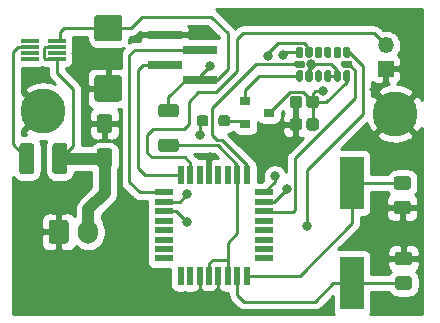
<source format=gbr>
%TF.GenerationSoftware,KiCad,Pcbnew,5.1.10-88a1d61d58~90~ubuntu21.04.1*%
%TF.CreationDate,2021-08-03T21:09:56+05:30*%
%TF.ProjectId,The Sixth Eye KiCAD,54686520-5369-4787-9468-20457965204b,v2*%
%TF.SameCoordinates,Original*%
%TF.FileFunction,Copper,L1,Top*%
%TF.FilePolarity,Positive*%
%FSLAX46Y46*%
G04 Gerber Fmt 4.6, Leading zero omitted, Abs format (unit mm)*
G04 Created by KiCad (PCBNEW 5.1.10-88a1d61d58~90~ubuntu21.04.1) date 2021-08-03 21:09:56*
%MOMM*%
%LPD*%
G01*
G04 APERTURE LIST*
%TA.AperFunction,SMDPad,CuDef*%
%ADD10R,2.000000X4.500000*%
%TD*%
%TA.AperFunction,SMDPad,CuDef*%
%ADD11R,0.550000X1.600000*%
%TD*%
%TA.AperFunction,SMDPad,CuDef*%
%ADD12R,1.600000X0.550000*%
%TD*%
%TA.AperFunction,ComponentPad*%
%ADD13O,1.350000X1.350000*%
%TD*%
%TA.AperFunction,ComponentPad*%
%ADD14R,1.350000X1.350000*%
%TD*%
%TA.AperFunction,SMDPad,CuDef*%
%ADD15R,1.500000X0.300000*%
%TD*%
%TA.AperFunction,SMDPad,CuDef*%
%ADD16R,3.000000X0.650000*%
%TD*%
%TA.AperFunction,SMDPad,CuDef*%
%ADD17R,0.900000X0.800000*%
%TD*%
%TA.AperFunction,ConnectorPad*%
%ADD18C,3.800000*%
%TD*%
%TA.AperFunction,ComponentPad*%
%ADD19C,2.600000*%
%TD*%
%TA.AperFunction,ComponentPad*%
%ADD20O,1.700000X2.000000*%
%TD*%
%TA.AperFunction,ViaPad*%
%ADD21C,0.800000*%
%TD*%
%TA.AperFunction,Conductor*%
%ADD22C,0.250000*%
%TD*%
%TA.AperFunction,Conductor*%
%ADD23C,0.500000*%
%TD*%
%TA.AperFunction,Conductor*%
%ADD24C,1.000000*%
%TD*%
%TA.AperFunction,Conductor*%
%ADD25C,0.254000*%
%TD*%
%TA.AperFunction,Conductor*%
%ADD26C,0.100000*%
%TD*%
G04 APERTURE END LIST*
D10*
%TO.P,Y1,1*%
%TO.N,XTAL1*%
X156550000Y-100050000D03*
%TO.P,Y1,2*%
%TO.N,XTAL2*%
X156550000Y-91550000D03*
%TD*%
D11*
%TO.P,U2,1*%
%TO.N,Net-(U2-Pad1)*%
X142035000Y-99405000D03*
%TO.P,U2,2*%
%TO.N,Net-(U2-Pad2)*%
X142835000Y-99405000D03*
%TO.P,U2,3*%
%TO.N,GND*%
X143635000Y-99405000D03*
%TO.P,U2,4*%
%TO.N,Net-(R1-Pad1)*%
X144435000Y-99405000D03*
%TO.P,U2,5*%
%TO.N,GND*%
X145235000Y-99405000D03*
%TO.P,U2,6*%
%TO.N,Net-(R1-Pad1)*%
X146035000Y-99405000D03*
%TO.P,U2,7*%
%TO.N,XTAL1*%
X146835000Y-99405000D03*
%TO.P,U2,8*%
%TO.N,XTAL2*%
X147635000Y-99405000D03*
D12*
%TO.P,U2,9*%
%TO.N,Net-(U2-Pad9)*%
X149085000Y-97955000D03*
%TO.P,U2,10*%
%TO.N,Net-(U2-Pad10)*%
X149085000Y-97155000D03*
%TO.P,U2,11*%
%TO.N,Net-(U2-Pad11)*%
X149085000Y-96355000D03*
%TO.P,U2,12*%
%TO.N,Net-(U2-Pad12)*%
X149085000Y-95555000D03*
%TO.P,U2,13*%
%TO.N,Net-(U2-Pad13)*%
X149085000Y-94755000D03*
%TO.P,U2,14*%
%TO.N,~CS*%
X149085000Y-93955000D03*
%TO.P,U2,15*%
%TO.N,MOSI*%
X149085000Y-93155000D03*
%TO.P,U2,16*%
%TO.N,MISO*%
X149085000Y-92355000D03*
D11*
%TO.P,U2,17*%
%TO.N,SCK*%
X147635000Y-90905000D03*
%TO.P,U2,18*%
%TO.N,Net-(R1-Pad1)*%
X146835000Y-90905000D03*
%TO.P,U2,19*%
%TO.N,Net-(U2-Pad19)*%
X146035000Y-90905000D03*
%TO.P,U2,20*%
%TO.N,Net-(U2-Pad20)*%
X145235000Y-90905000D03*
%TO.P,U2,21*%
%TO.N,GND*%
X144435000Y-90905000D03*
%TO.P,U2,22*%
%TO.N,Net-(U2-Pad22)*%
X143635000Y-90905000D03*
%TO.P,U2,23*%
%TO.N,Out*%
X142835000Y-90905000D03*
%TO.P,U2,24*%
%TO.N,Echo*%
X142035000Y-90905000D03*
D12*
%TO.P,U2,25*%
%TO.N,Trig*%
X140585000Y-92355000D03*
%TO.P,U2,26*%
%TO.N,VDD_IO*%
X140585000Y-93155000D03*
%TO.P,U2,27*%
%TO.N,INT1*%
X140585000Y-93955000D03*
%TO.P,U2,28*%
%TO.N,Net-(U2-Pad28)*%
X140585000Y-94755000D03*
%TO.P,U2,29*%
%TO.N,Net-(U2-Pad29)*%
X140585000Y-95555000D03*
%TO.P,U2,30*%
%TO.N,Net-(U2-Pad30)*%
X140585000Y-96355000D03*
%TO.P,U2,31*%
%TO.N,Net-(U2-Pad31)*%
X140585000Y-97155000D03*
%TO.P,U2,32*%
%TO.N,Net-(U2-Pad32)*%
X140585000Y-97955000D03*
%TD*%
D13*
%TO.P,J1,2*%
%TO.N,Out*%
X159400000Y-79900000D03*
D14*
%TO.P,J1,1*%
%TO.N,GND*%
X159400000Y-81900000D03*
%TD*%
D15*
%TO.P,U1,1*%
%TO.N,Vin*%
X131550000Y-81050000D03*
%TO.P,U1,2*%
%TO.N,GND*%
X131550000Y-80550000D03*
%TO.P,U1,3*%
%TO.N,Vin*%
X131550000Y-80050000D03*
%TO.P,U1,4*%
%TO.N,3.3v*%
X131550000Y-79550000D03*
%TO.P,U1,5*%
%TO.N,GND*%
X129250000Y-79550000D03*
%TO.P,U1,6*%
%TO.N,Net-(L1-Pad2)*%
X129250000Y-80050000D03*
%TO.P,U1,7*%
%TO.N,N/C*%
X129250000Y-80550000D03*
%TO.P,U1,8*%
X129250000Y-81050000D03*
%TD*%
%TO.P,R1,1*%
%TO.N,Net-(R1-Pad1)*%
%TA.AperFunction,SMDPad,CuDef*%
G36*
G01*
X141625003Y-88925000D02*
X140374997Y-88925000D01*
G75*
G02*
X140125000Y-88675003I0J249997D01*
G01*
X140125000Y-88049997D01*
G75*
G02*
X140374997Y-87800000I249997J0D01*
G01*
X141625003Y-87800000D01*
G75*
G02*
X141875000Y-88049997I0J-249997D01*
G01*
X141875000Y-88675003D01*
G75*
G02*
X141625003Y-88925000I-249997J0D01*
G01*
G37*
%TD.AperFunction*%
%TO.P,R1,2*%
%TO.N,3.3v*%
%TA.AperFunction,SMDPad,CuDef*%
G36*
G01*
X141625003Y-86000000D02*
X140374997Y-86000000D01*
G75*
G02*
X140125000Y-85750003I0J249997D01*
G01*
X140125000Y-85124997D01*
G75*
G02*
X140374997Y-84875000I249997J0D01*
G01*
X141625003Y-84875000D01*
G75*
G02*
X141875000Y-85124997I0J-249997D01*
G01*
X141875000Y-85750003D01*
G75*
G02*
X141625003Y-86000000I-249997J0D01*
G01*
G37*
%TD.AperFunction*%
%TD*%
%TO.P,C1,1*%
%TO.N,GND*%
%TA.AperFunction,SMDPad,CuDef*%
G36*
G01*
X135159999Y-85755000D02*
X136010001Y-85755000D01*
G75*
G02*
X136260000Y-86004999I0J-249999D01*
G01*
X136260000Y-87080001D01*
G75*
G02*
X136010001Y-87330000I-249999J0D01*
G01*
X135159999Y-87330000D01*
G75*
G02*
X134910000Y-87080001I0J249999D01*
G01*
X134910000Y-86004999D01*
G75*
G02*
X135159999Y-85755000I249999J0D01*
G01*
G37*
%TD.AperFunction*%
%TO.P,C1,2*%
%TO.N,Vin*%
%TA.AperFunction,SMDPad,CuDef*%
G36*
G01*
X135159999Y-88630000D02*
X136010001Y-88630000D01*
G75*
G02*
X136260000Y-88879999I0J-249999D01*
G01*
X136260000Y-89955001D01*
G75*
G02*
X136010001Y-90205000I-249999J0D01*
G01*
X135159999Y-90205000D01*
G75*
G02*
X134910000Y-89955001I0J249999D01*
G01*
X134910000Y-88879999D01*
G75*
G02*
X135159999Y-88630000I249999J0D01*
G01*
G37*
%TD.AperFunction*%
%TD*%
%TO.P,C2,1*%
%TO.N,GND*%
%TA.AperFunction,SMDPad,CuDef*%
G36*
G01*
X136825001Y-84675000D02*
X134974999Y-84675000D01*
G75*
G02*
X134725000Y-84425001I0J249999D01*
G01*
X134725000Y-82674999D01*
G75*
G02*
X134974999Y-82425000I249999J0D01*
G01*
X136825001Y-82425000D01*
G75*
G02*
X137075000Y-82674999I0J-249999D01*
G01*
X137075000Y-84425001D01*
G75*
G02*
X136825001Y-84675000I-249999J0D01*
G01*
G37*
%TD.AperFunction*%
%TO.P,C2,2*%
%TO.N,3.3v*%
%TA.AperFunction,SMDPad,CuDef*%
G36*
G01*
X136825001Y-79575000D02*
X134974999Y-79575000D01*
G75*
G02*
X134725000Y-79325001I0J249999D01*
G01*
X134725000Y-77574999D01*
G75*
G02*
X134974999Y-77325000I249999J0D01*
G01*
X136825001Y-77325000D01*
G75*
G02*
X137075000Y-77574999I0J-249999D01*
G01*
X137075000Y-79325001D01*
G75*
G02*
X136825001Y-79575000I-249999J0D01*
G01*
G37*
%TD.AperFunction*%
%TD*%
%TO.P,L1,1*%
%TO.N,Vin*%
%TA.AperFunction,SMDPad,CuDef*%
G36*
G01*
X132425000Y-88425000D02*
X132425000Y-90575000D01*
G75*
G02*
X132175000Y-90825000I-250000J0D01*
G01*
X131425000Y-90825000D01*
G75*
G02*
X131175000Y-90575000I0J250000D01*
G01*
X131175000Y-88425000D01*
G75*
G02*
X131425000Y-88175000I250000J0D01*
G01*
X132175000Y-88175000D01*
G75*
G02*
X132425000Y-88425000I0J-250000D01*
G01*
G37*
%TD.AperFunction*%
%TO.P,L1,2*%
%TO.N,Net-(L1-Pad2)*%
%TA.AperFunction,SMDPad,CuDef*%
G36*
G01*
X129625000Y-88425000D02*
X129625000Y-90575000D01*
G75*
G02*
X129375000Y-90825000I-250000J0D01*
G01*
X128625000Y-90825000D01*
G75*
G02*
X128375000Y-90575000I0J250000D01*
G01*
X128375000Y-88425000D01*
G75*
G02*
X128625000Y-88175000I250000J0D01*
G01*
X129375000Y-88175000D01*
G75*
G02*
X129625000Y-88425000I0J-250000D01*
G01*
G37*
%TD.AperFunction*%
%TD*%
D16*
%TO.P,J3,1*%
%TO.N,GND*%
X140700000Y-78995000D03*
%TO.P,J3,3*%
%TO.N,Echo*%
X140700000Y-81535000D03*
%TO.P,J3,2*%
%TO.N,Trig*%
X143700000Y-80265000D03*
%TO.P,J3,4*%
%TO.N,3.3v*%
X143700000Y-82805000D03*
%TD*%
%TO.P,C3,1*%
%TO.N,XTAL1*%
%TA.AperFunction,SMDPad,CuDef*%
G36*
G01*
X161375000Y-100625000D02*
X160425000Y-100625000D01*
G75*
G02*
X160175000Y-100375000I0J250000D01*
G01*
X160175000Y-99700000D01*
G75*
G02*
X160425000Y-99450000I250000J0D01*
G01*
X161375000Y-99450000D01*
G75*
G02*
X161625000Y-99700000I0J-250000D01*
G01*
X161625000Y-100375000D01*
G75*
G02*
X161375000Y-100625000I-250000J0D01*
G01*
G37*
%TD.AperFunction*%
%TO.P,C3,2*%
%TO.N,GND*%
%TA.AperFunction,SMDPad,CuDef*%
G36*
G01*
X161375000Y-98550000D02*
X160425000Y-98550000D01*
G75*
G02*
X160175000Y-98300000I0J250000D01*
G01*
X160175000Y-97625000D01*
G75*
G02*
X160425000Y-97375000I250000J0D01*
G01*
X161375000Y-97375000D01*
G75*
G02*
X161625000Y-97625000I0J-250000D01*
G01*
X161625000Y-98300000D01*
G75*
G02*
X161375000Y-98550000I-250000J0D01*
G01*
G37*
%TD.AperFunction*%
%TD*%
%TO.P,C4,2*%
%TO.N,GND*%
%TA.AperFunction,SMDPad,CuDef*%
G36*
G01*
X160325000Y-93050000D02*
X161275000Y-93050000D01*
G75*
G02*
X161525000Y-93300000I0J-250000D01*
G01*
X161525000Y-93975000D01*
G75*
G02*
X161275000Y-94225000I-250000J0D01*
G01*
X160325000Y-94225000D01*
G75*
G02*
X160075000Y-93975000I0J250000D01*
G01*
X160075000Y-93300000D01*
G75*
G02*
X160325000Y-93050000I250000J0D01*
G01*
G37*
%TD.AperFunction*%
%TO.P,C4,1*%
%TO.N,XTAL2*%
%TA.AperFunction,SMDPad,CuDef*%
G36*
G01*
X160325000Y-90975000D02*
X161275000Y-90975000D01*
G75*
G02*
X161525000Y-91225000I0J-250000D01*
G01*
X161525000Y-91900000D01*
G75*
G02*
X161275000Y-92150000I-250000J0D01*
G01*
X160325000Y-92150000D01*
G75*
G02*
X160075000Y-91900000I0J250000D01*
G01*
X160075000Y-91225000D01*
G75*
G02*
X160325000Y-90975000I250000J0D01*
G01*
G37*
%TD.AperFunction*%
%TD*%
%TO.P,R2,1*%
%TO.N,VDD_IO*%
%TA.AperFunction,SMDPad,CuDef*%
G36*
G01*
X143400000Y-86537500D02*
X143400000Y-86062500D01*
G75*
G02*
X143637500Y-85825000I237500J0D01*
G01*
X144137500Y-85825000D01*
G75*
G02*
X144375000Y-86062500I0J-237500D01*
G01*
X144375000Y-86537500D01*
G75*
G02*
X144137500Y-86775000I-237500J0D01*
G01*
X143637500Y-86775000D01*
G75*
G02*
X143400000Y-86537500I0J237500D01*
G01*
G37*
%TD.AperFunction*%
%TO.P,R2,2*%
%TO.N,Net-(Q1-Pad2)*%
%TA.AperFunction,SMDPad,CuDef*%
G36*
G01*
X145225000Y-86537500D02*
X145225000Y-86062500D01*
G75*
G02*
X145462500Y-85825000I237500J0D01*
G01*
X145962500Y-85825000D01*
G75*
G02*
X146200000Y-86062500I0J-237500D01*
G01*
X146200000Y-86537500D01*
G75*
G02*
X145962500Y-86775000I-237500J0D01*
G01*
X145462500Y-86775000D01*
G75*
G02*
X145225000Y-86537500I0J237500D01*
G01*
G37*
%TD.AperFunction*%
%TD*%
%TO.P,U3,14*%
%TO.N,SCK*%
%TA.AperFunction,SMDPad,CuDef*%
G36*
G01*
X152425000Y-81800000D02*
X151775000Y-81800000D01*
G75*
G02*
X151625000Y-81650000I0J150000D01*
G01*
X151625000Y-81350000D01*
G75*
G02*
X151775000Y-81200000I150000J0D01*
G01*
X152425000Y-81200000D01*
G75*
G02*
X152575000Y-81350000I0J-150000D01*
G01*
X152575000Y-81650000D01*
G75*
G02*
X152425000Y-81800000I-150000J0D01*
G01*
G37*
%TD.AperFunction*%
%TO.P,U3,13*%
%TO.N,MOSI*%
%TA.AperFunction,SMDPad,CuDef*%
G36*
G01*
X152250000Y-80975000D02*
X151950000Y-80975000D01*
G75*
G02*
X151800000Y-80825000I0J150000D01*
G01*
X151800000Y-80175000D01*
G75*
G02*
X151950000Y-80025000I150000J0D01*
G01*
X152250000Y-80025000D01*
G75*
G02*
X152400000Y-80175000I0J-150000D01*
G01*
X152400000Y-80825000D01*
G75*
G02*
X152250000Y-80975000I-150000J0D01*
G01*
G37*
%TD.AperFunction*%
%TO.P,U3,12*%
%TO.N,MISO*%
%TA.AperFunction,SMDPad,CuDef*%
G36*
G01*
X153050000Y-80975000D02*
X152750000Y-80975000D01*
G75*
G02*
X152600000Y-80825000I0J150000D01*
G01*
X152600000Y-80175000D01*
G75*
G02*
X152750000Y-80025000I150000J0D01*
G01*
X153050000Y-80025000D01*
G75*
G02*
X153200000Y-80175000I0J-150000D01*
G01*
X153200000Y-80825000D01*
G75*
G02*
X153050000Y-80975000I-150000J0D01*
G01*
G37*
%TD.AperFunction*%
%TO.P,U3,11*%
%TO.N,Net-(U3-Pad11)*%
%TA.AperFunction,SMDPad,CuDef*%
G36*
G01*
X153850000Y-80975000D02*
X153550000Y-80975000D01*
G75*
G02*
X153400000Y-80825000I0J150000D01*
G01*
X153400000Y-80175000D01*
G75*
G02*
X153550000Y-80025000I150000J0D01*
G01*
X153850000Y-80025000D01*
G75*
G02*
X154000000Y-80175000I0J-150000D01*
G01*
X154000000Y-80825000D01*
G75*
G02*
X153850000Y-80975000I-150000J0D01*
G01*
G37*
%TD.AperFunction*%
%TO.P,U3,10*%
%TO.N,Net-(U3-Pad10)*%
%TA.AperFunction,SMDPad,CuDef*%
G36*
G01*
X154650000Y-80975000D02*
X154350000Y-80975000D01*
G75*
G02*
X154200000Y-80825000I0J150000D01*
G01*
X154200000Y-80175000D01*
G75*
G02*
X154350000Y-80025000I150000J0D01*
G01*
X154650000Y-80025000D01*
G75*
G02*
X154800000Y-80175000I0J-150000D01*
G01*
X154800000Y-80825000D01*
G75*
G02*
X154650000Y-80975000I-150000J0D01*
G01*
G37*
%TD.AperFunction*%
%TO.P,U3,9*%
%TO.N,Net-(U3-Pad9)*%
%TA.AperFunction,SMDPad,CuDef*%
G36*
G01*
X155450000Y-80975000D02*
X155150000Y-80975000D01*
G75*
G02*
X155000000Y-80825000I0J150000D01*
G01*
X155000000Y-80175000D01*
G75*
G02*
X155150000Y-80025000I150000J0D01*
G01*
X155450000Y-80025000D01*
G75*
G02*
X155600000Y-80175000I0J-150000D01*
G01*
X155600000Y-80825000D01*
G75*
G02*
X155450000Y-80975000I-150000J0D01*
G01*
G37*
%TD.AperFunction*%
%TO.P,U3,8*%
%TO.N,INT1*%
%TA.AperFunction,SMDPad,CuDef*%
G36*
G01*
X156250000Y-80975000D02*
X155950000Y-80975000D01*
G75*
G02*
X155800000Y-80825000I0J150000D01*
G01*
X155800000Y-80175000D01*
G75*
G02*
X155950000Y-80025000I150000J0D01*
G01*
X156250000Y-80025000D01*
G75*
G02*
X156400000Y-80175000I0J-150000D01*
G01*
X156400000Y-80825000D01*
G75*
G02*
X156250000Y-80975000I-150000J0D01*
G01*
G37*
%TD.AperFunction*%
%TO.P,U3,7*%
%TO.N,~CS*%
%TA.AperFunction,SMDPad,CuDef*%
G36*
G01*
X156425000Y-81800000D02*
X155775000Y-81800000D01*
G75*
G02*
X155625000Y-81650000I0J150000D01*
G01*
X155625000Y-81350000D01*
G75*
G02*
X155775000Y-81200000I150000J0D01*
G01*
X156425000Y-81200000D01*
G75*
G02*
X156575000Y-81350000I0J-150000D01*
G01*
X156575000Y-81650000D01*
G75*
G02*
X156425000Y-81800000I-150000J0D01*
G01*
G37*
%TD.AperFunction*%
%TO.P,U3,6*%
%TO.N,3.3v*%
%TA.AperFunction,SMDPad,CuDef*%
G36*
G01*
X156250000Y-82975000D02*
X155950000Y-82975000D01*
G75*
G02*
X155800000Y-82825000I0J150000D01*
G01*
X155800000Y-82175000D01*
G75*
G02*
X155950000Y-82025000I150000J0D01*
G01*
X156250000Y-82025000D01*
G75*
G02*
X156400000Y-82175000I0J-150000D01*
G01*
X156400000Y-82825000D01*
G75*
G02*
X156250000Y-82975000I-150000J0D01*
G01*
G37*
%TD.AperFunction*%
%TO.P,U3,5*%
%TO.N,GND*%
%TA.AperFunction,SMDPad,CuDef*%
G36*
G01*
X155450000Y-82975000D02*
X155150000Y-82975000D01*
G75*
G02*
X155000000Y-82825000I0J150000D01*
G01*
X155000000Y-82175000D01*
G75*
G02*
X155150000Y-82025000I150000J0D01*
G01*
X155450000Y-82025000D01*
G75*
G02*
X155600000Y-82175000I0J-150000D01*
G01*
X155600000Y-82825000D01*
G75*
G02*
X155450000Y-82975000I-150000J0D01*
G01*
G37*
%TD.AperFunction*%
%TO.P,U3,4*%
%TA.AperFunction,SMDPad,CuDef*%
G36*
G01*
X154650000Y-82975000D02*
X154350000Y-82975000D01*
G75*
G02*
X154200000Y-82825000I0J150000D01*
G01*
X154200000Y-82175000D01*
G75*
G02*
X154350000Y-82025000I150000J0D01*
G01*
X154650000Y-82025000D01*
G75*
G02*
X154800000Y-82175000I0J-150000D01*
G01*
X154800000Y-82825000D01*
G75*
G02*
X154650000Y-82975000I-150000J0D01*
G01*
G37*
%TD.AperFunction*%
%TO.P,U3,3*%
%TO.N,Net-(U3-Pad3)*%
%TA.AperFunction,SMDPad,CuDef*%
G36*
G01*
X153850000Y-82975000D02*
X153550000Y-82975000D01*
G75*
G02*
X153400000Y-82825000I0J150000D01*
G01*
X153400000Y-82175000D01*
G75*
G02*
X153550000Y-82025000I150000J0D01*
G01*
X153850000Y-82025000D01*
G75*
G02*
X154000000Y-82175000I0J-150000D01*
G01*
X154000000Y-82825000D01*
G75*
G02*
X153850000Y-82975000I-150000J0D01*
G01*
G37*
%TD.AperFunction*%
%TO.P,U3,2*%
%TO.N,GND*%
%TA.AperFunction,SMDPad,CuDef*%
G36*
G01*
X153050000Y-82975000D02*
X152750000Y-82975000D01*
G75*
G02*
X152600000Y-82825000I0J150000D01*
G01*
X152600000Y-82175000D01*
G75*
G02*
X152750000Y-82025000I150000J0D01*
G01*
X153050000Y-82025000D01*
G75*
G02*
X153200000Y-82175000I0J-150000D01*
G01*
X153200000Y-82825000D01*
G75*
G02*
X153050000Y-82975000I-150000J0D01*
G01*
G37*
%TD.AperFunction*%
%TO.P,U3,1*%
%TO.N,Net-(Q1-Pad1)*%
%TA.AperFunction,SMDPad,CuDef*%
G36*
G01*
X152250000Y-82975000D02*
X151950000Y-82975000D01*
G75*
G02*
X151800000Y-82825000I0J150000D01*
G01*
X151800000Y-82175000D01*
G75*
G02*
X151950000Y-82025000I150000J0D01*
G01*
X152250000Y-82025000D01*
G75*
G02*
X152400000Y-82175000I0J-150000D01*
G01*
X152400000Y-82825000D01*
G75*
G02*
X152250000Y-82975000I-150000J0D01*
G01*
G37*
%TD.AperFunction*%
%TD*%
%TO.P,C6,2*%
%TO.N,GND*%
%TA.AperFunction,SMDPad,CuDef*%
G36*
G01*
X152325000Y-84424999D02*
X152325000Y-84975001D01*
G75*
G02*
X152075001Y-85225000I-249999J0D01*
G01*
X151499999Y-85225000D01*
G75*
G02*
X151250000Y-84975001I0J249999D01*
G01*
X151250000Y-84424999D01*
G75*
G02*
X151499999Y-84175000I249999J0D01*
G01*
X152075001Y-84175000D01*
G75*
G02*
X152325000Y-84424999I0J-249999D01*
G01*
G37*
%TD.AperFunction*%
%TO.P,C6,1*%
%TO.N,3.3v*%
%TA.AperFunction,SMDPad,CuDef*%
G36*
G01*
X153750000Y-84424999D02*
X153750000Y-84975001D01*
G75*
G02*
X153500001Y-85225000I-249999J0D01*
G01*
X152924999Y-85225000D01*
G75*
G02*
X152675000Y-84975001I0J249999D01*
G01*
X152675000Y-84424999D01*
G75*
G02*
X152924999Y-84175000I249999J0D01*
G01*
X153500001Y-84175000D01*
G75*
G02*
X153750000Y-84424999I0J-249999D01*
G01*
G37*
%TD.AperFunction*%
%TD*%
%TO.P,C5,1*%
%TO.N,3.3v*%
%TA.AperFunction,SMDPad,CuDef*%
G36*
G01*
X153750000Y-86324999D02*
X153750000Y-86875001D01*
G75*
G02*
X153500001Y-87125000I-249999J0D01*
G01*
X152924999Y-87125000D01*
G75*
G02*
X152675000Y-86875001I0J249999D01*
G01*
X152675000Y-86324999D01*
G75*
G02*
X152924999Y-86075000I249999J0D01*
G01*
X153500001Y-86075000D01*
G75*
G02*
X153750000Y-86324999I0J-249999D01*
G01*
G37*
%TD.AperFunction*%
%TO.P,C5,2*%
%TO.N,GND*%
%TA.AperFunction,SMDPad,CuDef*%
G36*
G01*
X152325000Y-86324999D02*
X152325000Y-86875001D01*
G75*
G02*
X152075001Y-87125000I-249999J0D01*
G01*
X151499999Y-87125000D01*
G75*
G02*
X151250000Y-86875001I0J249999D01*
G01*
X151250000Y-86324999D01*
G75*
G02*
X151499999Y-86075000I249999J0D01*
G01*
X152075001Y-86075000D01*
G75*
G02*
X152325000Y-86324999I0J-249999D01*
G01*
G37*
%TD.AperFunction*%
%TD*%
D17*
%TO.P,Q1,1*%
%TO.N,Net-(Q1-Pad1)*%
X147500000Y-84650000D03*
%TO.P,Q1,2*%
%TO.N,Net-(Q1-Pad2)*%
X147500000Y-86550000D03*
%TO.P,Q1,3*%
%TO.N,3.3v*%
X149500000Y-85600000D03*
%TD*%
D18*
%TO.P,H1,1*%
%TO.N,GND*%
X130400000Y-85500000D03*
D19*
X130400000Y-85500000D03*
%TD*%
%TO.P,H2,1*%
%TO.N,GND*%
X160200000Y-85700000D03*
D18*
X160200000Y-85700000D03*
%TD*%
%TO.P,J2,1*%
%TO.N,GND*%
%TA.AperFunction,ComponentPad*%
G36*
G01*
X130850000Y-96450000D02*
X130850000Y-94950000D01*
G75*
G02*
X131100000Y-94700000I250000J0D01*
G01*
X132300000Y-94700000D01*
G75*
G02*
X132550000Y-94950000I0J-250000D01*
G01*
X132550000Y-96450000D01*
G75*
G02*
X132300000Y-96700000I-250000J0D01*
G01*
X131100000Y-96700000D01*
G75*
G02*
X130850000Y-96450000I0J250000D01*
G01*
G37*
%TD.AperFunction*%
D20*
%TO.P,J2,2*%
%TO.N,Vin*%
X134200000Y-95700000D03*
%TD*%
D21*
%TO.N,3.3v*%
X144500000Y-81700000D03*
X154100000Y-83800000D03*
%TO.N,GND*%
X136300000Y-81000000D03*
X143900000Y-78900000D03*
X159000000Y-93700000D03*
X160900000Y-95700000D03*
X159000000Y-97900000D03*
X131600000Y-97600000D03*
X129300000Y-93800000D03*
X144200000Y-101700000D03*
X144500000Y-89400000D03*
X161800000Y-82400000D03*
X153100000Y-81500000D03*
X148800000Y-88200000D03*
%TO.N,VDD_IO*%
X142600000Y-92500000D03*
X143700000Y-87500000D03*
%TO.N,MOSI*%
X150700000Y-80700000D03*
X151000001Y-92100000D03*
%TO.N,MISO*%
X150000000Y-91000000D03*
X149418156Y-80775000D03*
%TO.N,INT1*%
X152700000Y-95200000D03*
X142600000Y-94900000D03*
%TD*%
D22*
%TO.N,3.3v*%
X153212500Y-86600000D02*
X153212500Y-86487500D01*
X156100000Y-82975000D02*
X156100000Y-82500000D01*
X154375000Y-84700000D02*
X156100000Y-82975000D01*
X153212500Y-84700000D02*
X154375000Y-84700000D01*
X151250010Y-83849990D02*
X149500000Y-85600000D01*
X152362490Y-83849990D02*
X151250010Y-83849990D01*
X153212500Y-84700000D02*
X152362490Y-83849990D01*
%TO.N,Net-(R1-Pad1)*%
X146835000Y-90905000D02*
X146835000Y-95830000D01*
X146835000Y-95830000D02*
X146035000Y-96630000D01*
X144435000Y-98355000D02*
X144735000Y-98055000D01*
X144435000Y-99405000D02*
X144435000Y-98355000D01*
X146035000Y-98055000D02*
X146035000Y-99405000D01*
X144735000Y-98055000D02*
X146035000Y-98055000D01*
X146035000Y-96630000D02*
X146035000Y-98055000D01*
%TO.N,3.3v*%
X136885001Y-79255001D02*
X136885000Y-79255000D01*
X135900000Y-78450000D02*
X132124999Y-78450000D01*
X132124999Y-78450000D02*
X131800000Y-78774999D01*
X131800000Y-78774999D02*
X131800000Y-79574999D01*
X135900000Y-78450000D02*
X137850000Y-78450000D01*
X137850000Y-78450000D02*
X138800000Y-77500000D01*
X138800000Y-77500000D02*
X144600000Y-77500000D01*
X144600000Y-77500000D02*
X146000000Y-78900000D01*
X146000000Y-78900000D02*
X146000000Y-81900000D01*
X145095000Y-82805000D02*
X143700000Y-82805000D01*
X146000000Y-81900000D02*
X145095000Y-82805000D01*
X143700000Y-82805000D02*
X142495000Y-82805000D01*
X141000000Y-84300000D02*
X141000000Y-85437500D01*
X142495000Y-82805000D02*
X141000000Y-84300000D01*
X153212500Y-83987500D02*
X153212500Y-84700000D01*
X143700000Y-82500000D02*
X144500000Y-81700000D01*
X154100000Y-83800000D02*
X153400000Y-83800000D01*
X153400000Y-83800000D02*
X153212500Y-83987500D01*
X143700000Y-82805000D02*
X143700000Y-82500000D01*
X153212500Y-86487500D02*
X153212500Y-84700000D01*
%TO.N,GND*%
X160900000Y-93737500D02*
X160800000Y-93637500D01*
X160900000Y-97962500D02*
X160900000Y-95700000D01*
X143635000Y-99405000D02*
X143635000Y-100535000D01*
X143635000Y-100535000D02*
X143900000Y-100800000D01*
X145235000Y-100455000D02*
X145235000Y-99405000D01*
X144890000Y-100800000D02*
X145235000Y-100455000D01*
X143900000Y-100800000D02*
X144890000Y-100800000D01*
X160900000Y-95700000D02*
X160900000Y-93737500D01*
D23*
X144435000Y-89465000D02*
X144500000Y-89400000D01*
X144435000Y-90905000D02*
X144435000Y-89465000D01*
D22*
X155300000Y-82000000D02*
X155300000Y-82500000D01*
X154800000Y-81500000D02*
X155300000Y-82000000D01*
X154500000Y-82500000D02*
X155300000Y-82500000D01*
X152900000Y-82500000D02*
X152900000Y-82025000D01*
X152900000Y-82025000D02*
X153425000Y-81500000D01*
X153425000Y-81500000D02*
X154800000Y-81500000D01*
X152900000Y-81700000D02*
X153100000Y-81500000D01*
X152900000Y-82500000D02*
X152900000Y-81700000D01*
X158100000Y-83600000D02*
X158400000Y-83600000D01*
X160200000Y-85400000D02*
X160200000Y-85700000D01*
X158400000Y-83600000D02*
X160200000Y-85400000D01*
X151787500Y-86600000D02*
X151787500Y-87512500D01*
X151787500Y-86600000D02*
X151787500Y-84700000D01*
%TO.N,Net-(R1-Pad1)*%
X146835000Y-90044998D02*
X146835000Y-90905000D01*
X145152502Y-88362500D02*
X146835000Y-90044998D01*
X141000000Y-88362500D02*
X145152502Y-88362500D01*
%TO.N,Echo*%
X142035000Y-90905000D02*
X139005000Y-90905000D01*
X139005000Y-90905000D02*
X138400000Y-90300000D01*
X138400000Y-90300000D02*
X138400000Y-82000000D01*
X138865000Y-81535000D02*
X140700000Y-81535000D01*
X138400000Y-82000000D02*
X138865000Y-81535000D01*
%TO.N,Trig*%
X140585000Y-92355000D02*
X138555000Y-92355000D01*
X138555000Y-92355000D02*
X137700000Y-91500000D01*
X137700000Y-91500000D02*
X137700000Y-80700000D01*
X138135000Y-80265000D02*
X143700000Y-80265000D01*
X137700000Y-80700000D02*
X138135000Y-80265000D01*
%TO.N,Out*%
X158400000Y-78900000D02*
X159400000Y-79900000D01*
X147300000Y-78900000D02*
X158400000Y-78900000D01*
X146800000Y-79400000D02*
X147300000Y-78900000D01*
X142835000Y-90905000D02*
X142835000Y-89855000D01*
X142835000Y-89855000D02*
X142380000Y-89400000D01*
X142380000Y-89400000D02*
X139600000Y-89400000D01*
X139600000Y-89400000D02*
X139200000Y-89000000D01*
X146800000Y-82115002D02*
X146800000Y-79400000D01*
X139200000Y-89000000D02*
X139200000Y-87500000D01*
X142300000Y-87000000D02*
X142700000Y-86600000D01*
X139200000Y-87500000D02*
X139700000Y-87000000D01*
X142700000Y-86600000D02*
X142700000Y-84700000D01*
X142700000Y-84700000D02*
X143500000Y-83900000D01*
X143500000Y-83900000D02*
X145015002Y-83900000D01*
X139700000Y-87000000D02*
X142300000Y-87000000D01*
X145015002Y-83900000D02*
X146800000Y-82115002D01*
D24*
%TO.N,Vin*%
X135502500Y-89500000D02*
X135585000Y-89417500D01*
X131800000Y-89500000D02*
X135502500Y-89500000D01*
D22*
X130564998Y-81050000D02*
X131550000Y-81050000D01*
X130474999Y-80960001D02*
X130564998Y-81050000D01*
X130474999Y-80139999D02*
X130474999Y-80960001D01*
X130564998Y-80050000D02*
X130474999Y-80139999D01*
X131550000Y-80050000D02*
X130564998Y-80050000D01*
X132900000Y-88400000D02*
X131800000Y-89500000D01*
X132900000Y-83600000D02*
X132900000Y-88400000D01*
X131550000Y-82250000D02*
X132900000Y-83600000D01*
X131550000Y-81050000D02*
X131550000Y-82250000D01*
D24*
X134200000Y-95700000D02*
X134200000Y-93800000D01*
X135585000Y-92415000D02*
X135585000Y-89417500D01*
X134200000Y-93800000D02*
X135585000Y-92415000D01*
D22*
%TO.N,Net-(L1-Pad2)*%
X129000000Y-89500000D02*
X127800000Y-88300000D01*
X127800000Y-80514998D02*
X128239999Y-80074999D01*
X127800000Y-88300000D02*
X127800000Y-80514998D01*
X128239999Y-80074999D02*
X129700000Y-80074999D01*
%TO.N,XTAL1*%
X156550000Y-100050000D02*
X154950000Y-100050000D01*
X154950000Y-100050000D02*
X153400000Y-101600000D01*
X153400000Y-101600000D02*
X147400000Y-101600000D01*
X146835000Y-101035000D02*
X146835000Y-99405000D01*
X147400000Y-101600000D02*
X146835000Y-101035000D01*
X160887500Y-100050000D02*
X160900000Y-100037500D01*
X156550000Y-100050000D02*
X160887500Y-100050000D01*
%TO.N,XTAL2*%
X147635000Y-99405000D02*
X152095000Y-99405000D01*
X156550000Y-94950000D02*
X156550000Y-91550000D01*
X152095000Y-99405000D02*
X156550000Y-94950000D01*
X160787500Y-91550000D02*
X160800000Y-91562500D01*
X156550000Y-91550000D02*
X160787500Y-91550000D01*
%TO.N,Net-(Q1-Pad2)*%
X147250000Y-86300000D02*
X147500000Y-86550000D01*
X145712500Y-86300000D02*
X147250000Y-86300000D01*
%TO.N,Net-(Q1-Pad1)*%
X152100000Y-82500000D02*
X148700000Y-82500000D01*
X147500000Y-83700000D02*
X147500000Y-84650000D01*
X148700000Y-82500000D02*
X147500000Y-83700000D01*
%TO.N,VDD_IO*%
X141945000Y-93155000D02*
X142600000Y-92500000D01*
X140585000Y-93155000D02*
X141945000Y-93155000D01*
X143700000Y-86487500D02*
X143887500Y-86300000D01*
X143700000Y-87500000D02*
X143700000Y-86487500D01*
%TO.N,~CS*%
X156446758Y-81699990D02*
X156800000Y-82053232D01*
X156299990Y-81699990D02*
X156446758Y-81699990D01*
X156100000Y-81500000D02*
X156299990Y-81699990D01*
X151725001Y-89463189D02*
X151725001Y-93874999D01*
X156800000Y-84388190D02*
X151725001Y-89463189D01*
X156800000Y-82053232D02*
X156800000Y-84388190D01*
X149155001Y-94025001D02*
X149085000Y-93955000D01*
X151574999Y-94025001D02*
X149155001Y-94025001D01*
X151725001Y-93874999D02*
X151574999Y-94025001D01*
%TO.N,MOSI*%
X150900000Y-80500000D02*
X150700000Y-80700000D01*
X152100000Y-80500000D02*
X150900000Y-80500000D01*
X149945001Y-93155000D02*
X149085000Y-93155000D01*
X151000001Y-92100000D02*
X149945001Y-93155000D01*
%TO.N,MISO*%
X150000000Y-91440000D02*
X149085000Y-92355000D01*
X152446758Y-79699990D02*
X150300010Y-79699990D01*
X152725010Y-79978242D02*
X152446758Y-79699990D01*
X152725010Y-80425010D02*
X152725010Y-79978242D01*
X152800000Y-80500000D02*
X152725010Y-80425010D01*
X152900000Y-80500000D02*
X152800000Y-80500000D01*
X149418156Y-80581844D02*
X149418156Y-80775000D01*
X150300010Y-79699990D02*
X149418156Y-80581844D01*
X150000000Y-91440000D02*
X150000000Y-91000000D01*
%TO.N,SCK*%
X147635000Y-90044998D02*
X147635000Y-90905000D01*
X146300000Y-88709998D02*
X147635000Y-90044998D01*
X145512490Y-87912490D02*
X146300000Y-88700000D01*
X144700010Y-87500010D02*
X145112490Y-87912490D01*
X146300000Y-88700000D02*
X146300000Y-88709998D01*
X144700010Y-85199990D02*
X144700010Y-87500010D01*
X145112490Y-87912490D02*
X145512490Y-87912490D01*
X148400000Y-81500000D02*
X144700010Y-85199990D01*
X152100000Y-81500000D02*
X148400000Y-81500000D01*
%TO.N,INT1*%
X156100000Y-80500000D02*
X156300000Y-80500000D01*
X156300000Y-80500000D02*
X157500000Y-81700000D01*
X157500000Y-81700000D02*
X157500000Y-85700000D01*
X152700000Y-90500000D02*
X152700000Y-95200000D01*
X157500000Y-85700000D02*
X152700000Y-90500000D01*
X141655000Y-93955000D02*
X140585000Y-93955000D01*
X142600000Y-94900000D02*
X141655000Y-93955000D01*
%TD*%
D25*
%TO.N,GND*%
X162440000Y-84507793D02*
X162332867Y-84307362D01*
X161976349Y-84103256D01*
X160379605Y-85700000D01*
X161976349Y-87296744D01*
X162332867Y-87092638D01*
X162440000Y-86886988D01*
X162440001Y-102640000D01*
X158088284Y-102640000D01*
X158139502Y-102544180D01*
X158175812Y-102424482D01*
X158188072Y-102300000D01*
X158188072Y-100810000D01*
X159655387Y-100810000D01*
X159686595Y-100868386D01*
X159797038Y-101002962D01*
X159931614Y-101113405D01*
X160085150Y-101195472D01*
X160251746Y-101246008D01*
X160425000Y-101263072D01*
X161375000Y-101263072D01*
X161548254Y-101246008D01*
X161714850Y-101195472D01*
X161868386Y-101113405D01*
X162002962Y-101002962D01*
X162113405Y-100868386D01*
X162195472Y-100714850D01*
X162246008Y-100548254D01*
X162263072Y-100375000D01*
X162263072Y-99700000D01*
X162246008Y-99526746D01*
X162195472Y-99360150D01*
X162113405Y-99206614D01*
X162002962Y-99072038D01*
X161996406Y-99066658D01*
X162076185Y-99001185D01*
X162155537Y-98904494D01*
X162214502Y-98794180D01*
X162250812Y-98674482D01*
X162263072Y-98550000D01*
X162260000Y-98248250D01*
X162101250Y-98089500D01*
X161027000Y-98089500D01*
X161027000Y-98109500D01*
X160773000Y-98109500D01*
X160773000Y-98089500D01*
X159698750Y-98089500D01*
X159540000Y-98248250D01*
X159536928Y-98550000D01*
X159549188Y-98674482D01*
X159585498Y-98794180D01*
X159644463Y-98904494D01*
X159723815Y-99001185D01*
X159803594Y-99066658D01*
X159797038Y-99072038D01*
X159686595Y-99206614D01*
X159642024Y-99290000D01*
X158188072Y-99290000D01*
X158188072Y-97800000D01*
X158175812Y-97675518D01*
X158139502Y-97555820D01*
X158080537Y-97445506D01*
X158022675Y-97375000D01*
X159536928Y-97375000D01*
X159540000Y-97676750D01*
X159698750Y-97835500D01*
X160773000Y-97835500D01*
X160773000Y-96898750D01*
X161027000Y-96898750D01*
X161027000Y-97835500D01*
X162101250Y-97835500D01*
X162260000Y-97676750D01*
X162263072Y-97375000D01*
X162250812Y-97250518D01*
X162214502Y-97130820D01*
X162155537Y-97020506D01*
X162076185Y-96923815D01*
X161979494Y-96844463D01*
X161869180Y-96785498D01*
X161749482Y-96749188D01*
X161625000Y-96736928D01*
X161185750Y-96740000D01*
X161027000Y-96898750D01*
X160773000Y-96898750D01*
X160614250Y-96740000D01*
X160175000Y-96736928D01*
X160050518Y-96749188D01*
X159930820Y-96785498D01*
X159820506Y-96844463D01*
X159723815Y-96923815D01*
X159644463Y-97020506D01*
X159585498Y-97130820D01*
X159549188Y-97250518D01*
X159536928Y-97375000D01*
X158022675Y-97375000D01*
X158001185Y-97348815D01*
X157904494Y-97269463D01*
X157794180Y-97210498D01*
X157674482Y-97174188D01*
X157550000Y-97161928D01*
X155550000Y-97161928D01*
X155425518Y-97174188D01*
X155389770Y-97185032D01*
X157061009Y-95513794D01*
X157090001Y-95490001D01*
X157113795Y-95461008D01*
X157113799Y-95461004D01*
X157184973Y-95374277D01*
X157184974Y-95374276D01*
X157255546Y-95242247D01*
X157299003Y-95098986D01*
X157310000Y-94987333D01*
X157310000Y-94987324D01*
X157313676Y-94950001D01*
X157310000Y-94912678D01*
X157310000Y-94438072D01*
X157550000Y-94438072D01*
X157674482Y-94425812D01*
X157794180Y-94389502D01*
X157904494Y-94330537D01*
X158001185Y-94251185D01*
X158022674Y-94225000D01*
X159436928Y-94225000D01*
X159449188Y-94349482D01*
X159485498Y-94469180D01*
X159544463Y-94579494D01*
X159623815Y-94676185D01*
X159720506Y-94755537D01*
X159830820Y-94814502D01*
X159950518Y-94850812D01*
X160075000Y-94863072D01*
X160514250Y-94860000D01*
X160673000Y-94701250D01*
X160673000Y-93764500D01*
X160927000Y-93764500D01*
X160927000Y-94701250D01*
X161085750Y-94860000D01*
X161525000Y-94863072D01*
X161649482Y-94850812D01*
X161769180Y-94814502D01*
X161879494Y-94755537D01*
X161976185Y-94676185D01*
X162055537Y-94579494D01*
X162114502Y-94469180D01*
X162150812Y-94349482D01*
X162163072Y-94225000D01*
X162160000Y-93923250D01*
X162001250Y-93764500D01*
X160927000Y-93764500D01*
X160673000Y-93764500D01*
X159598750Y-93764500D01*
X159440000Y-93923250D01*
X159436928Y-94225000D01*
X158022674Y-94225000D01*
X158080537Y-94154494D01*
X158139502Y-94044180D01*
X158175812Y-93924482D01*
X158188072Y-93800000D01*
X158188072Y-92310000D01*
X159542024Y-92310000D01*
X159586595Y-92393386D01*
X159697038Y-92527962D01*
X159703594Y-92533342D01*
X159623815Y-92598815D01*
X159544463Y-92695506D01*
X159485498Y-92805820D01*
X159449188Y-92925518D01*
X159436928Y-93050000D01*
X159440000Y-93351750D01*
X159598750Y-93510500D01*
X160673000Y-93510500D01*
X160673000Y-93490500D01*
X160927000Y-93490500D01*
X160927000Y-93510500D01*
X162001250Y-93510500D01*
X162160000Y-93351750D01*
X162163072Y-93050000D01*
X162150812Y-92925518D01*
X162114502Y-92805820D01*
X162055537Y-92695506D01*
X161976185Y-92598815D01*
X161896406Y-92533342D01*
X161902962Y-92527962D01*
X162013405Y-92393386D01*
X162095472Y-92239850D01*
X162146008Y-92073254D01*
X162163072Y-91900000D01*
X162163072Y-91225000D01*
X162146008Y-91051746D01*
X162095472Y-90885150D01*
X162013405Y-90731614D01*
X161902962Y-90597038D01*
X161768386Y-90486595D01*
X161614850Y-90404528D01*
X161448254Y-90353992D01*
X161275000Y-90336928D01*
X160325000Y-90336928D01*
X160151746Y-90353992D01*
X159985150Y-90404528D01*
X159831614Y-90486595D01*
X159697038Y-90597038D01*
X159586595Y-90731614D01*
X159555387Y-90790000D01*
X158188072Y-90790000D01*
X158188072Y-89300000D01*
X158175812Y-89175518D01*
X158139502Y-89055820D01*
X158080537Y-88945506D01*
X158001185Y-88848815D01*
X157904494Y-88769463D01*
X157794180Y-88710498D01*
X157674482Y-88674188D01*
X157550000Y-88661928D01*
X155612873Y-88661928D01*
X156798452Y-87476349D01*
X158603256Y-87476349D01*
X158807362Y-87832867D01*
X159250223Y-88063575D01*
X159729583Y-88203452D01*
X160227021Y-88247123D01*
X160723422Y-88192909D01*
X161199707Y-88042894D01*
X161592638Y-87832867D01*
X161796744Y-87476349D01*
X160200000Y-85879605D01*
X158603256Y-87476349D01*
X156798452Y-87476349D01*
X157789557Y-86485245D01*
X157857106Y-86699707D01*
X158067133Y-87092638D01*
X158423651Y-87296744D01*
X160020395Y-85700000D01*
X158423651Y-84103256D01*
X158260000Y-84196946D01*
X158260000Y-83923651D01*
X158603256Y-83923651D01*
X160200000Y-85520395D01*
X161796744Y-83923651D01*
X161592638Y-83567133D01*
X161149777Y-83336425D01*
X160670417Y-83196548D01*
X160316086Y-83165441D01*
X160319180Y-83164502D01*
X160429494Y-83105537D01*
X160526185Y-83026185D01*
X160605537Y-82929494D01*
X160664502Y-82819180D01*
X160700812Y-82699482D01*
X160713072Y-82575000D01*
X160710000Y-82185750D01*
X160551250Y-82027000D01*
X159527000Y-82027000D01*
X159527000Y-83051250D01*
X159682224Y-83206474D01*
X159676578Y-83207091D01*
X159200293Y-83357106D01*
X158807362Y-83567133D01*
X158603256Y-83923651D01*
X158260000Y-83923651D01*
X158260000Y-83009351D01*
X158273815Y-83026185D01*
X158370506Y-83105537D01*
X158480820Y-83164502D01*
X158600518Y-83200812D01*
X158725000Y-83213072D01*
X159114250Y-83210000D01*
X159273000Y-83051250D01*
X159273000Y-82027000D01*
X159253000Y-82027000D01*
X159253000Y-81773000D01*
X159273000Y-81773000D01*
X159273000Y-81753000D01*
X159527000Y-81753000D01*
X159527000Y-81773000D01*
X160551250Y-81773000D01*
X160710000Y-81614250D01*
X160713072Y-81225000D01*
X160700812Y-81100518D01*
X160664502Y-80980820D01*
X160605537Y-80870506D01*
X160526185Y-80773815D01*
X160439303Y-80702513D01*
X160560907Y-80520518D01*
X160659658Y-80282113D01*
X160710000Y-80029024D01*
X160710000Y-79770976D01*
X160659658Y-79517887D01*
X160560907Y-79279482D01*
X160417544Y-79064923D01*
X160235077Y-78882456D01*
X160020518Y-78739093D01*
X159782113Y-78640342D01*
X159529024Y-78590000D01*
X159270976Y-78590000D01*
X159182417Y-78607615D01*
X158963804Y-78389002D01*
X158940001Y-78359999D01*
X158824276Y-78265026D01*
X158692247Y-78194454D01*
X158548986Y-78150997D01*
X158437333Y-78140000D01*
X158437322Y-78140000D01*
X158400000Y-78136324D01*
X158362678Y-78140000D01*
X147337325Y-78140000D01*
X147300000Y-78136324D01*
X147262675Y-78140000D01*
X147262667Y-78140000D01*
X147151014Y-78150997D01*
X147007753Y-78194454D01*
X146875724Y-78265026D01*
X146759999Y-78359999D01*
X146736196Y-78389003D01*
X146640025Y-78485174D01*
X146634974Y-78475723D01*
X146563799Y-78388997D01*
X146540001Y-78359999D01*
X146511003Y-78336201D01*
X145163804Y-76989003D01*
X145140001Y-76959999D01*
X145024276Y-76865026D01*
X145014873Y-76860000D01*
X162440000Y-76860000D01*
X162440000Y-84507793D01*
%TA.AperFunction,Conductor*%
D26*
G36*
X162440000Y-84507793D02*
G01*
X162332867Y-84307362D01*
X161976349Y-84103256D01*
X160379605Y-85700000D01*
X161976349Y-87296744D01*
X162332867Y-87092638D01*
X162440000Y-86886988D01*
X162440001Y-102640000D01*
X158088284Y-102640000D01*
X158139502Y-102544180D01*
X158175812Y-102424482D01*
X158188072Y-102300000D01*
X158188072Y-100810000D01*
X159655387Y-100810000D01*
X159686595Y-100868386D01*
X159797038Y-101002962D01*
X159931614Y-101113405D01*
X160085150Y-101195472D01*
X160251746Y-101246008D01*
X160425000Y-101263072D01*
X161375000Y-101263072D01*
X161548254Y-101246008D01*
X161714850Y-101195472D01*
X161868386Y-101113405D01*
X162002962Y-101002962D01*
X162113405Y-100868386D01*
X162195472Y-100714850D01*
X162246008Y-100548254D01*
X162263072Y-100375000D01*
X162263072Y-99700000D01*
X162246008Y-99526746D01*
X162195472Y-99360150D01*
X162113405Y-99206614D01*
X162002962Y-99072038D01*
X161996406Y-99066658D01*
X162076185Y-99001185D01*
X162155537Y-98904494D01*
X162214502Y-98794180D01*
X162250812Y-98674482D01*
X162263072Y-98550000D01*
X162260000Y-98248250D01*
X162101250Y-98089500D01*
X161027000Y-98089500D01*
X161027000Y-98109500D01*
X160773000Y-98109500D01*
X160773000Y-98089500D01*
X159698750Y-98089500D01*
X159540000Y-98248250D01*
X159536928Y-98550000D01*
X159549188Y-98674482D01*
X159585498Y-98794180D01*
X159644463Y-98904494D01*
X159723815Y-99001185D01*
X159803594Y-99066658D01*
X159797038Y-99072038D01*
X159686595Y-99206614D01*
X159642024Y-99290000D01*
X158188072Y-99290000D01*
X158188072Y-97800000D01*
X158175812Y-97675518D01*
X158139502Y-97555820D01*
X158080537Y-97445506D01*
X158022675Y-97375000D01*
X159536928Y-97375000D01*
X159540000Y-97676750D01*
X159698750Y-97835500D01*
X160773000Y-97835500D01*
X160773000Y-96898750D01*
X161027000Y-96898750D01*
X161027000Y-97835500D01*
X162101250Y-97835500D01*
X162260000Y-97676750D01*
X162263072Y-97375000D01*
X162250812Y-97250518D01*
X162214502Y-97130820D01*
X162155537Y-97020506D01*
X162076185Y-96923815D01*
X161979494Y-96844463D01*
X161869180Y-96785498D01*
X161749482Y-96749188D01*
X161625000Y-96736928D01*
X161185750Y-96740000D01*
X161027000Y-96898750D01*
X160773000Y-96898750D01*
X160614250Y-96740000D01*
X160175000Y-96736928D01*
X160050518Y-96749188D01*
X159930820Y-96785498D01*
X159820506Y-96844463D01*
X159723815Y-96923815D01*
X159644463Y-97020506D01*
X159585498Y-97130820D01*
X159549188Y-97250518D01*
X159536928Y-97375000D01*
X158022675Y-97375000D01*
X158001185Y-97348815D01*
X157904494Y-97269463D01*
X157794180Y-97210498D01*
X157674482Y-97174188D01*
X157550000Y-97161928D01*
X155550000Y-97161928D01*
X155425518Y-97174188D01*
X155389770Y-97185032D01*
X157061009Y-95513794D01*
X157090001Y-95490001D01*
X157113795Y-95461008D01*
X157113799Y-95461004D01*
X157184973Y-95374277D01*
X157184974Y-95374276D01*
X157255546Y-95242247D01*
X157299003Y-95098986D01*
X157310000Y-94987333D01*
X157310000Y-94987324D01*
X157313676Y-94950001D01*
X157310000Y-94912678D01*
X157310000Y-94438072D01*
X157550000Y-94438072D01*
X157674482Y-94425812D01*
X157794180Y-94389502D01*
X157904494Y-94330537D01*
X158001185Y-94251185D01*
X158022674Y-94225000D01*
X159436928Y-94225000D01*
X159449188Y-94349482D01*
X159485498Y-94469180D01*
X159544463Y-94579494D01*
X159623815Y-94676185D01*
X159720506Y-94755537D01*
X159830820Y-94814502D01*
X159950518Y-94850812D01*
X160075000Y-94863072D01*
X160514250Y-94860000D01*
X160673000Y-94701250D01*
X160673000Y-93764500D01*
X160927000Y-93764500D01*
X160927000Y-94701250D01*
X161085750Y-94860000D01*
X161525000Y-94863072D01*
X161649482Y-94850812D01*
X161769180Y-94814502D01*
X161879494Y-94755537D01*
X161976185Y-94676185D01*
X162055537Y-94579494D01*
X162114502Y-94469180D01*
X162150812Y-94349482D01*
X162163072Y-94225000D01*
X162160000Y-93923250D01*
X162001250Y-93764500D01*
X160927000Y-93764500D01*
X160673000Y-93764500D01*
X159598750Y-93764500D01*
X159440000Y-93923250D01*
X159436928Y-94225000D01*
X158022674Y-94225000D01*
X158080537Y-94154494D01*
X158139502Y-94044180D01*
X158175812Y-93924482D01*
X158188072Y-93800000D01*
X158188072Y-92310000D01*
X159542024Y-92310000D01*
X159586595Y-92393386D01*
X159697038Y-92527962D01*
X159703594Y-92533342D01*
X159623815Y-92598815D01*
X159544463Y-92695506D01*
X159485498Y-92805820D01*
X159449188Y-92925518D01*
X159436928Y-93050000D01*
X159440000Y-93351750D01*
X159598750Y-93510500D01*
X160673000Y-93510500D01*
X160673000Y-93490500D01*
X160927000Y-93490500D01*
X160927000Y-93510500D01*
X162001250Y-93510500D01*
X162160000Y-93351750D01*
X162163072Y-93050000D01*
X162150812Y-92925518D01*
X162114502Y-92805820D01*
X162055537Y-92695506D01*
X161976185Y-92598815D01*
X161896406Y-92533342D01*
X161902962Y-92527962D01*
X162013405Y-92393386D01*
X162095472Y-92239850D01*
X162146008Y-92073254D01*
X162163072Y-91900000D01*
X162163072Y-91225000D01*
X162146008Y-91051746D01*
X162095472Y-90885150D01*
X162013405Y-90731614D01*
X161902962Y-90597038D01*
X161768386Y-90486595D01*
X161614850Y-90404528D01*
X161448254Y-90353992D01*
X161275000Y-90336928D01*
X160325000Y-90336928D01*
X160151746Y-90353992D01*
X159985150Y-90404528D01*
X159831614Y-90486595D01*
X159697038Y-90597038D01*
X159586595Y-90731614D01*
X159555387Y-90790000D01*
X158188072Y-90790000D01*
X158188072Y-89300000D01*
X158175812Y-89175518D01*
X158139502Y-89055820D01*
X158080537Y-88945506D01*
X158001185Y-88848815D01*
X157904494Y-88769463D01*
X157794180Y-88710498D01*
X157674482Y-88674188D01*
X157550000Y-88661928D01*
X155612873Y-88661928D01*
X156798452Y-87476349D01*
X158603256Y-87476349D01*
X158807362Y-87832867D01*
X159250223Y-88063575D01*
X159729583Y-88203452D01*
X160227021Y-88247123D01*
X160723422Y-88192909D01*
X161199707Y-88042894D01*
X161592638Y-87832867D01*
X161796744Y-87476349D01*
X160200000Y-85879605D01*
X158603256Y-87476349D01*
X156798452Y-87476349D01*
X157789557Y-86485245D01*
X157857106Y-86699707D01*
X158067133Y-87092638D01*
X158423651Y-87296744D01*
X160020395Y-85700000D01*
X158423651Y-84103256D01*
X158260000Y-84196946D01*
X158260000Y-83923651D01*
X158603256Y-83923651D01*
X160200000Y-85520395D01*
X161796744Y-83923651D01*
X161592638Y-83567133D01*
X161149777Y-83336425D01*
X160670417Y-83196548D01*
X160316086Y-83165441D01*
X160319180Y-83164502D01*
X160429494Y-83105537D01*
X160526185Y-83026185D01*
X160605537Y-82929494D01*
X160664502Y-82819180D01*
X160700812Y-82699482D01*
X160713072Y-82575000D01*
X160710000Y-82185750D01*
X160551250Y-82027000D01*
X159527000Y-82027000D01*
X159527000Y-83051250D01*
X159682224Y-83206474D01*
X159676578Y-83207091D01*
X159200293Y-83357106D01*
X158807362Y-83567133D01*
X158603256Y-83923651D01*
X158260000Y-83923651D01*
X158260000Y-83009351D01*
X158273815Y-83026185D01*
X158370506Y-83105537D01*
X158480820Y-83164502D01*
X158600518Y-83200812D01*
X158725000Y-83213072D01*
X159114250Y-83210000D01*
X159273000Y-83051250D01*
X159273000Y-82027000D01*
X159253000Y-82027000D01*
X159253000Y-81773000D01*
X159273000Y-81773000D01*
X159273000Y-81753000D01*
X159527000Y-81753000D01*
X159527000Y-81773000D01*
X160551250Y-81773000D01*
X160710000Y-81614250D01*
X160713072Y-81225000D01*
X160700812Y-81100518D01*
X160664502Y-80980820D01*
X160605537Y-80870506D01*
X160526185Y-80773815D01*
X160439303Y-80702513D01*
X160560907Y-80520518D01*
X160659658Y-80282113D01*
X160710000Y-80029024D01*
X160710000Y-79770976D01*
X160659658Y-79517887D01*
X160560907Y-79279482D01*
X160417544Y-79064923D01*
X160235077Y-78882456D01*
X160020518Y-78739093D01*
X159782113Y-78640342D01*
X159529024Y-78590000D01*
X159270976Y-78590000D01*
X159182417Y-78607615D01*
X158963804Y-78389002D01*
X158940001Y-78359999D01*
X158824276Y-78265026D01*
X158692247Y-78194454D01*
X158548986Y-78150997D01*
X158437333Y-78140000D01*
X158437322Y-78140000D01*
X158400000Y-78136324D01*
X158362678Y-78140000D01*
X147337325Y-78140000D01*
X147300000Y-78136324D01*
X147262675Y-78140000D01*
X147262667Y-78140000D01*
X147151014Y-78150997D01*
X147007753Y-78194454D01*
X146875724Y-78265026D01*
X146759999Y-78359999D01*
X146736196Y-78389003D01*
X146640025Y-78485174D01*
X146634974Y-78475723D01*
X146563799Y-78388997D01*
X146540001Y-78359999D01*
X146511003Y-78336201D01*
X145163804Y-76989003D01*
X145140001Y-76959999D01*
X145024276Y-76865026D01*
X145014873Y-76860000D01*
X162440000Y-76860000D01*
X162440000Y-84507793D01*
G37*
%TD.AperFunction*%
D25*
X134086928Y-79325001D02*
X134103992Y-79498255D01*
X134154528Y-79664851D01*
X134236595Y-79818387D01*
X134347038Y-79952962D01*
X134481613Y-80063405D01*
X134635149Y-80145472D01*
X134801745Y-80196008D01*
X134974999Y-80213072D01*
X136825001Y-80213072D01*
X136998255Y-80196008D01*
X137164851Y-80145472D01*
X137196809Y-80128390D01*
X137188998Y-80136201D01*
X137160000Y-80159999D01*
X137136202Y-80188997D01*
X137136201Y-80188998D01*
X137065026Y-80275724D01*
X136994454Y-80407754D01*
X136977454Y-80463799D01*
X136950998Y-80551014D01*
X136941347Y-80649003D01*
X136936324Y-80700000D01*
X136940001Y-80737332D01*
X136940001Y-81787394D01*
X136185750Y-81790000D01*
X136027000Y-81948750D01*
X136027000Y-83423000D01*
X136047000Y-83423000D01*
X136047000Y-83677000D01*
X136027000Y-83677000D01*
X136027000Y-83697000D01*
X135773000Y-83697000D01*
X135773000Y-83677000D01*
X134248750Y-83677000D01*
X134090000Y-83835750D01*
X134086928Y-84675000D01*
X134099188Y-84799482D01*
X134135498Y-84919180D01*
X134194463Y-85029494D01*
X134273815Y-85126185D01*
X134370506Y-85205537D01*
X134480820Y-85264502D01*
X134499729Y-85270238D01*
X134458815Y-85303815D01*
X134379463Y-85400506D01*
X134320498Y-85510820D01*
X134284188Y-85630518D01*
X134271928Y-85755000D01*
X134275000Y-86256750D01*
X134433750Y-86415500D01*
X135458000Y-86415500D01*
X135458000Y-86395500D01*
X135712000Y-86395500D01*
X135712000Y-86415500D01*
X136736250Y-86415500D01*
X136895000Y-86256750D01*
X136898072Y-85755000D01*
X136885812Y-85630518D01*
X136849502Y-85510820D01*
X136790537Y-85400506D01*
X136717769Y-85311838D01*
X136940001Y-85312606D01*
X136940000Y-91462678D01*
X136936324Y-91500000D01*
X136940000Y-91537322D01*
X136940000Y-91537332D01*
X136950997Y-91648985D01*
X136972547Y-91720026D01*
X136994454Y-91792246D01*
X137065026Y-91924276D01*
X137104871Y-91972826D01*
X137159999Y-92040001D01*
X137189002Y-92063803D01*
X137991201Y-92866003D01*
X138014999Y-92895001D01*
X138043997Y-92918799D01*
X138130724Y-92989974D01*
X138262753Y-93060546D01*
X138406014Y-93104003D01*
X138555000Y-93118677D01*
X138592333Y-93115000D01*
X139146928Y-93115000D01*
X139146928Y-93430000D01*
X139159188Y-93554482D01*
X139159345Y-93555000D01*
X139159188Y-93555518D01*
X139146928Y-93680000D01*
X139146928Y-94230000D01*
X139159188Y-94354482D01*
X139159345Y-94355000D01*
X139159188Y-94355518D01*
X139146928Y-94480000D01*
X139146928Y-95030000D01*
X139159188Y-95154482D01*
X139159345Y-95155000D01*
X139159188Y-95155518D01*
X139146928Y-95280000D01*
X139146928Y-95830000D01*
X139159188Y-95954482D01*
X139159345Y-95955000D01*
X139159188Y-95955518D01*
X139146928Y-96080000D01*
X139146928Y-96630000D01*
X139159188Y-96754482D01*
X139159345Y-96755000D01*
X139159188Y-96755518D01*
X139146928Y-96880000D01*
X139146928Y-97430000D01*
X139159188Y-97554482D01*
X139159345Y-97555000D01*
X139159188Y-97555518D01*
X139146928Y-97680000D01*
X139146928Y-98230000D01*
X139159188Y-98354482D01*
X139195498Y-98474180D01*
X139254463Y-98584494D01*
X139333815Y-98681185D01*
X139430506Y-98760537D01*
X139540820Y-98819502D01*
X139660518Y-98855812D01*
X139785000Y-98868072D01*
X141121928Y-98868072D01*
X141121928Y-100205000D01*
X141134188Y-100329482D01*
X141170498Y-100449180D01*
X141229463Y-100559494D01*
X141308815Y-100656185D01*
X141405506Y-100735537D01*
X141515820Y-100794502D01*
X141635518Y-100830812D01*
X141760000Y-100843072D01*
X142310000Y-100843072D01*
X142434482Y-100830812D01*
X142435000Y-100830655D01*
X142435518Y-100830812D01*
X142560000Y-100843072D01*
X143110000Y-100843072D01*
X143234482Y-100830812D01*
X143235620Y-100830467D01*
X143349250Y-100840000D01*
X143441333Y-100747917D01*
X143464494Y-100735537D01*
X143561185Y-100656185D01*
X143635000Y-100566241D01*
X143708815Y-100656185D01*
X143805506Y-100735537D01*
X143828667Y-100747917D01*
X143920750Y-100840000D01*
X144034380Y-100830467D01*
X144035518Y-100830812D01*
X144160000Y-100843072D01*
X144710000Y-100843072D01*
X144834482Y-100830812D01*
X144835620Y-100830467D01*
X144949250Y-100840000D01*
X145041333Y-100747917D01*
X145064494Y-100735537D01*
X145161185Y-100656185D01*
X145235000Y-100566241D01*
X145308815Y-100656185D01*
X145405506Y-100735537D01*
X145428667Y-100747917D01*
X145520750Y-100840000D01*
X145634380Y-100830467D01*
X145635518Y-100830812D01*
X145760000Y-100843072D01*
X146075000Y-100843072D01*
X146075000Y-100997677D01*
X146071324Y-101035000D01*
X146075000Y-101072322D01*
X146075000Y-101072332D01*
X146085997Y-101183985D01*
X146123541Y-101307753D01*
X146129454Y-101327246D01*
X146200026Y-101459276D01*
X146239871Y-101507826D01*
X146294999Y-101575001D01*
X146324002Y-101598803D01*
X146836200Y-102111002D01*
X146859999Y-102140001D01*
X146975724Y-102234974D01*
X147107753Y-102305546D01*
X147251014Y-102349003D01*
X147362667Y-102360000D01*
X147362675Y-102360000D01*
X147400000Y-102363676D01*
X147437325Y-102360000D01*
X153362678Y-102360000D01*
X153400000Y-102363676D01*
X153437322Y-102360000D01*
X153437333Y-102360000D01*
X153548986Y-102349003D01*
X153692247Y-102305546D01*
X153824276Y-102234974D01*
X153940001Y-102140001D01*
X153963804Y-102110997D01*
X154911928Y-101162874D01*
X154911928Y-102300000D01*
X154924188Y-102424482D01*
X154960498Y-102544180D01*
X155011716Y-102640000D01*
X127860000Y-102640000D01*
X127860000Y-96700000D01*
X130211928Y-96700000D01*
X130224188Y-96824482D01*
X130260498Y-96944180D01*
X130319463Y-97054494D01*
X130398815Y-97151185D01*
X130495506Y-97230537D01*
X130605820Y-97289502D01*
X130725518Y-97325812D01*
X130850000Y-97338072D01*
X131414250Y-97335000D01*
X131573000Y-97176250D01*
X131573000Y-95827000D01*
X130373750Y-95827000D01*
X130215000Y-95985750D01*
X130211928Y-96700000D01*
X127860000Y-96700000D01*
X127860000Y-94700000D01*
X130211928Y-94700000D01*
X130215000Y-95414250D01*
X130373750Y-95573000D01*
X131573000Y-95573000D01*
X131573000Y-94223750D01*
X131414250Y-94065000D01*
X130850000Y-94061928D01*
X130725518Y-94074188D01*
X130605820Y-94110498D01*
X130495506Y-94169463D01*
X130398815Y-94248815D01*
X130319463Y-94345506D01*
X130260498Y-94455820D01*
X130224188Y-94575518D01*
X130211928Y-94700000D01*
X127860000Y-94700000D01*
X127860000Y-91018630D01*
X127886595Y-91068386D01*
X127997038Y-91202962D01*
X128131614Y-91313405D01*
X128285150Y-91395472D01*
X128451746Y-91446008D01*
X128625000Y-91463072D01*
X129375000Y-91463072D01*
X129548254Y-91446008D01*
X129714850Y-91395472D01*
X129868386Y-91313405D01*
X130002962Y-91202962D01*
X130113405Y-91068386D01*
X130195472Y-90914850D01*
X130246008Y-90748254D01*
X130263072Y-90575000D01*
X130263072Y-88425000D01*
X130246008Y-88251746D01*
X130195472Y-88085150D01*
X130162745Y-88023922D01*
X130427021Y-88047123D01*
X130637119Y-88024177D01*
X130604528Y-88085150D01*
X130553992Y-88251746D01*
X130536928Y-88425000D01*
X130536928Y-90575000D01*
X130553992Y-90748254D01*
X130604528Y-90914850D01*
X130686595Y-91068386D01*
X130797038Y-91202962D01*
X130931614Y-91313405D01*
X131085150Y-91395472D01*
X131251746Y-91446008D01*
X131425000Y-91463072D01*
X132175000Y-91463072D01*
X132348254Y-91446008D01*
X132514850Y-91395472D01*
X132668386Y-91313405D01*
X132802962Y-91202962D01*
X132913405Y-91068386D01*
X132995472Y-90914850D01*
X133046008Y-90748254D01*
X133057163Y-90635000D01*
X134450001Y-90635000D01*
X134450000Y-91944868D01*
X133436860Y-92958009D01*
X133393552Y-92993551D01*
X133251717Y-93166377D01*
X133212352Y-93240025D01*
X133146324Y-93363554D01*
X133081423Y-93577502D01*
X133059509Y-93800000D01*
X133065001Y-93855761D01*
X133065001Y-94326575D01*
X133001185Y-94248815D01*
X132904494Y-94169463D01*
X132794180Y-94110498D01*
X132674482Y-94074188D01*
X132550000Y-94061928D01*
X131985750Y-94065000D01*
X131827000Y-94223750D01*
X131827000Y-95573000D01*
X131847000Y-95573000D01*
X131847000Y-95827000D01*
X131827000Y-95827000D01*
X131827000Y-97176250D01*
X131985750Y-97335000D01*
X132550000Y-97338072D01*
X132674482Y-97325812D01*
X132794180Y-97289502D01*
X132904494Y-97230537D01*
X133001185Y-97151185D01*
X133080537Y-97054494D01*
X133139502Y-96944180D01*
X133150055Y-96909392D01*
X133370987Y-97090706D01*
X133628967Y-97228599D01*
X133908890Y-97313513D01*
X134200000Y-97342185D01*
X134491111Y-97313513D01*
X134771034Y-97228599D01*
X135029014Y-97090706D01*
X135255134Y-96905134D01*
X135440706Y-96679014D01*
X135578599Y-96421033D01*
X135663513Y-96141110D01*
X135685000Y-95922949D01*
X135685000Y-95477050D01*
X135663513Y-95258889D01*
X135578599Y-94978966D01*
X135440706Y-94720986D01*
X135335000Y-94592183D01*
X135335000Y-94270131D01*
X136348140Y-93256992D01*
X136391449Y-93221449D01*
X136533284Y-93048623D01*
X136638676Y-92851447D01*
X136703577Y-92637499D01*
X136720000Y-92470752D01*
X136720000Y-92470751D01*
X136725491Y-92415000D01*
X136720000Y-92359248D01*
X136720000Y-90482999D01*
X136748405Y-90448387D01*
X136830472Y-90294851D01*
X136881008Y-90128255D01*
X136898072Y-89955001D01*
X136898072Y-88879999D01*
X136881008Y-88706745D01*
X136830472Y-88540149D01*
X136748405Y-88386613D01*
X136637962Y-88252038D01*
X136503387Y-88141595D01*
X136349851Y-88059528D01*
X136183255Y-88008992D01*
X136010001Y-87991928D01*
X135159999Y-87991928D01*
X134986745Y-88008992D01*
X134820149Y-88059528D01*
X134666613Y-88141595D01*
X134532038Y-88252038D01*
X134439332Y-88365000D01*
X133660229Y-88365000D01*
X133660000Y-88362677D01*
X133660000Y-87330000D01*
X134271928Y-87330000D01*
X134284188Y-87454482D01*
X134320498Y-87574180D01*
X134379463Y-87684494D01*
X134458815Y-87781185D01*
X134555506Y-87860537D01*
X134665820Y-87919502D01*
X134785518Y-87955812D01*
X134910000Y-87968072D01*
X135299250Y-87965000D01*
X135458000Y-87806250D01*
X135458000Y-86669500D01*
X135712000Y-86669500D01*
X135712000Y-87806250D01*
X135870750Y-87965000D01*
X136260000Y-87968072D01*
X136384482Y-87955812D01*
X136504180Y-87919502D01*
X136614494Y-87860537D01*
X136711185Y-87781185D01*
X136790537Y-87684494D01*
X136849502Y-87574180D01*
X136885812Y-87454482D01*
X136898072Y-87330000D01*
X136895000Y-86828250D01*
X136736250Y-86669500D01*
X135712000Y-86669500D01*
X135458000Y-86669500D01*
X134433750Y-86669500D01*
X134275000Y-86828250D01*
X134271928Y-87330000D01*
X133660000Y-87330000D01*
X133660000Y-83637322D01*
X133663676Y-83599999D01*
X133660000Y-83562676D01*
X133660000Y-83562667D01*
X133649003Y-83451014D01*
X133605546Y-83307753D01*
X133534974Y-83175724D01*
X133440001Y-83059999D01*
X133411004Y-83036202D01*
X132799802Y-82425000D01*
X134086928Y-82425000D01*
X134090000Y-83264250D01*
X134248750Y-83423000D01*
X135773000Y-83423000D01*
X135773000Y-81948750D01*
X135614250Y-81790000D01*
X134725000Y-81786928D01*
X134600518Y-81799188D01*
X134480820Y-81835498D01*
X134370506Y-81894463D01*
X134273815Y-81973815D01*
X134194463Y-82070506D01*
X134135498Y-82180820D01*
X134099188Y-82300518D01*
X134086928Y-82425000D01*
X132799802Y-82425000D01*
X132310000Y-81935199D01*
X132310000Y-81837087D01*
X132424482Y-81825812D01*
X132544180Y-81789502D01*
X132654494Y-81730537D01*
X132751185Y-81651185D01*
X132830537Y-81554494D01*
X132889502Y-81444180D01*
X132925812Y-81324482D01*
X132938072Y-81200000D01*
X132938072Y-80900000D01*
X132927912Y-80796843D01*
X132935000Y-80731750D01*
X132902753Y-80699503D01*
X132889502Y-80655820D01*
X132832939Y-80550000D01*
X132889502Y-80444180D01*
X132902753Y-80400497D01*
X132935000Y-80368250D01*
X132927912Y-80303157D01*
X132938072Y-80200000D01*
X132938072Y-79900000D01*
X132928223Y-79800000D01*
X132938072Y-79700000D01*
X132938072Y-79400000D01*
X132925812Y-79275518D01*
X132905937Y-79210000D01*
X134086928Y-79210000D01*
X134086928Y-79325001D01*
%TA.AperFunction,Conductor*%
D26*
G36*
X134086928Y-79325001D02*
G01*
X134103992Y-79498255D01*
X134154528Y-79664851D01*
X134236595Y-79818387D01*
X134347038Y-79952962D01*
X134481613Y-80063405D01*
X134635149Y-80145472D01*
X134801745Y-80196008D01*
X134974999Y-80213072D01*
X136825001Y-80213072D01*
X136998255Y-80196008D01*
X137164851Y-80145472D01*
X137196809Y-80128390D01*
X137188998Y-80136201D01*
X137160000Y-80159999D01*
X137136202Y-80188997D01*
X137136201Y-80188998D01*
X137065026Y-80275724D01*
X136994454Y-80407754D01*
X136977454Y-80463799D01*
X136950998Y-80551014D01*
X136941347Y-80649003D01*
X136936324Y-80700000D01*
X136940001Y-80737332D01*
X136940001Y-81787394D01*
X136185750Y-81790000D01*
X136027000Y-81948750D01*
X136027000Y-83423000D01*
X136047000Y-83423000D01*
X136047000Y-83677000D01*
X136027000Y-83677000D01*
X136027000Y-83697000D01*
X135773000Y-83697000D01*
X135773000Y-83677000D01*
X134248750Y-83677000D01*
X134090000Y-83835750D01*
X134086928Y-84675000D01*
X134099188Y-84799482D01*
X134135498Y-84919180D01*
X134194463Y-85029494D01*
X134273815Y-85126185D01*
X134370506Y-85205537D01*
X134480820Y-85264502D01*
X134499729Y-85270238D01*
X134458815Y-85303815D01*
X134379463Y-85400506D01*
X134320498Y-85510820D01*
X134284188Y-85630518D01*
X134271928Y-85755000D01*
X134275000Y-86256750D01*
X134433750Y-86415500D01*
X135458000Y-86415500D01*
X135458000Y-86395500D01*
X135712000Y-86395500D01*
X135712000Y-86415500D01*
X136736250Y-86415500D01*
X136895000Y-86256750D01*
X136898072Y-85755000D01*
X136885812Y-85630518D01*
X136849502Y-85510820D01*
X136790537Y-85400506D01*
X136717769Y-85311838D01*
X136940001Y-85312606D01*
X136940000Y-91462678D01*
X136936324Y-91500000D01*
X136940000Y-91537322D01*
X136940000Y-91537332D01*
X136950997Y-91648985D01*
X136972547Y-91720026D01*
X136994454Y-91792246D01*
X137065026Y-91924276D01*
X137104871Y-91972826D01*
X137159999Y-92040001D01*
X137189002Y-92063803D01*
X137991201Y-92866003D01*
X138014999Y-92895001D01*
X138043997Y-92918799D01*
X138130724Y-92989974D01*
X138262753Y-93060546D01*
X138406014Y-93104003D01*
X138555000Y-93118677D01*
X138592333Y-93115000D01*
X139146928Y-93115000D01*
X139146928Y-93430000D01*
X139159188Y-93554482D01*
X139159345Y-93555000D01*
X139159188Y-93555518D01*
X139146928Y-93680000D01*
X139146928Y-94230000D01*
X139159188Y-94354482D01*
X139159345Y-94355000D01*
X139159188Y-94355518D01*
X139146928Y-94480000D01*
X139146928Y-95030000D01*
X139159188Y-95154482D01*
X139159345Y-95155000D01*
X139159188Y-95155518D01*
X139146928Y-95280000D01*
X139146928Y-95830000D01*
X139159188Y-95954482D01*
X139159345Y-95955000D01*
X139159188Y-95955518D01*
X139146928Y-96080000D01*
X139146928Y-96630000D01*
X139159188Y-96754482D01*
X139159345Y-96755000D01*
X139159188Y-96755518D01*
X139146928Y-96880000D01*
X139146928Y-97430000D01*
X139159188Y-97554482D01*
X139159345Y-97555000D01*
X139159188Y-97555518D01*
X139146928Y-97680000D01*
X139146928Y-98230000D01*
X139159188Y-98354482D01*
X139195498Y-98474180D01*
X139254463Y-98584494D01*
X139333815Y-98681185D01*
X139430506Y-98760537D01*
X139540820Y-98819502D01*
X139660518Y-98855812D01*
X139785000Y-98868072D01*
X141121928Y-98868072D01*
X141121928Y-100205000D01*
X141134188Y-100329482D01*
X141170498Y-100449180D01*
X141229463Y-100559494D01*
X141308815Y-100656185D01*
X141405506Y-100735537D01*
X141515820Y-100794502D01*
X141635518Y-100830812D01*
X141760000Y-100843072D01*
X142310000Y-100843072D01*
X142434482Y-100830812D01*
X142435000Y-100830655D01*
X142435518Y-100830812D01*
X142560000Y-100843072D01*
X143110000Y-100843072D01*
X143234482Y-100830812D01*
X143235620Y-100830467D01*
X143349250Y-100840000D01*
X143441333Y-100747917D01*
X143464494Y-100735537D01*
X143561185Y-100656185D01*
X143635000Y-100566241D01*
X143708815Y-100656185D01*
X143805506Y-100735537D01*
X143828667Y-100747917D01*
X143920750Y-100840000D01*
X144034380Y-100830467D01*
X144035518Y-100830812D01*
X144160000Y-100843072D01*
X144710000Y-100843072D01*
X144834482Y-100830812D01*
X144835620Y-100830467D01*
X144949250Y-100840000D01*
X145041333Y-100747917D01*
X145064494Y-100735537D01*
X145161185Y-100656185D01*
X145235000Y-100566241D01*
X145308815Y-100656185D01*
X145405506Y-100735537D01*
X145428667Y-100747917D01*
X145520750Y-100840000D01*
X145634380Y-100830467D01*
X145635518Y-100830812D01*
X145760000Y-100843072D01*
X146075000Y-100843072D01*
X146075000Y-100997677D01*
X146071324Y-101035000D01*
X146075000Y-101072322D01*
X146075000Y-101072332D01*
X146085997Y-101183985D01*
X146123541Y-101307753D01*
X146129454Y-101327246D01*
X146200026Y-101459276D01*
X146239871Y-101507826D01*
X146294999Y-101575001D01*
X146324002Y-101598803D01*
X146836200Y-102111002D01*
X146859999Y-102140001D01*
X146975724Y-102234974D01*
X147107753Y-102305546D01*
X147251014Y-102349003D01*
X147362667Y-102360000D01*
X147362675Y-102360000D01*
X147400000Y-102363676D01*
X147437325Y-102360000D01*
X153362678Y-102360000D01*
X153400000Y-102363676D01*
X153437322Y-102360000D01*
X153437333Y-102360000D01*
X153548986Y-102349003D01*
X153692247Y-102305546D01*
X153824276Y-102234974D01*
X153940001Y-102140001D01*
X153963804Y-102110997D01*
X154911928Y-101162874D01*
X154911928Y-102300000D01*
X154924188Y-102424482D01*
X154960498Y-102544180D01*
X155011716Y-102640000D01*
X127860000Y-102640000D01*
X127860000Y-96700000D01*
X130211928Y-96700000D01*
X130224188Y-96824482D01*
X130260498Y-96944180D01*
X130319463Y-97054494D01*
X130398815Y-97151185D01*
X130495506Y-97230537D01*
X130605820Y-97289502D01*
X130725518Y-97325812D01*
X130850000Y-97338072D01*
X131414250Y-97335000D01*
X131573000Y-97176250D01*
X131573000Y-95827000D01*
X130373750Y-95827000D01*
X130215000Y-95985750D01*
X130211928Y-96700000D01*
X127860000Y-96700000D01*
X127860000Y-94700000D01*
X130211928Y-94700000D01*
X130215000Y-95414250D01*
X130373750Y-95573000D01*
X131573000Y-95573000D01*
X131573000Y-94223750D01*
X131414250Y-94065000D01*
X130850000Y-94061928D01*
X130725518Y-94074188D01*
X130605820Y-94110498D01*
X130495506Y-94169463D01*
X130398815Y-94248815D01*
X130319463Y-94345506D01*
X130260498Y-94455820D01*
X130224188Y-94575518D01*
X130211928Y-94700000D01*
X127860000Y-94700000D01*
X127860000Y-91018630D01*
X127886595Y-91068386D01*
X127997038Y-91202962D01*
X128131614Y-91313405D01*
X128285150Y-91395472D01*
X128451746Y-91446008D01*
X128625000Y-91463072D01*
X129375000Y-91463072D01*
X129548254Y-91446008D01*
X129714850Y-91395472D01*
X129868386Y-91313405D01*
X130002962Y-91202962D01*
X130113405Y-91068386D01*
X130195472Y-90914850D01*
X130246008Y-90748254D01*
X130263072Y-90575000D01*
X130263072Y-88425000D01*
X130246008Y-88251746D01*
X130195472Y-88085150D01*
X130162745Y-88023922D01*
X130427021Y-88047123D01*
X130637119Y-88024177D01*
X130604528Y-88085150D01*
X130553992Y-88251746D01*
X130536928Y-88425000D01*
X130536928Y-90575000D01*
X130553992Y-90748254D01*
X130604528Y-90914850D01*
X130686595Y-91068386D01*
X130797038Y-91202962D01*
X130931614Y-91313405D01*
X131085150Y-91395472D01*
X131251746Y-91446008D01*
X131425000Y-91463072D01*
X132175000Y-91463072D01*
X132348254Y-91446008D01*
X132514850Y-91395472D01*
X132668386Y-91313405D01*
X132802962Y-91202962D01*
X132913405Y-91068386D01*
X132995472Y-90914850D01*
X133046008Y-90748254D01*
X133057163Y-90635000D01*
X134450001Y-90635000D01*
X134450000Y-91944868D01*
X133436860Y-92958009D01*
X133393552Y-92993551D01*
X133251717Y-93166377D01*
X133212352Y-93240025D01*
X133146324Y-93363554D01*
X133081423Y-93577502D01*
X133059509Y-93800000D01*
X133065001Y-93855761D01*
X133065001Y-94326575D01*
X133001185Y-94248815D01*
X132904494Y-94169463D01*
X132794180Y-94110498D01*
X132674482Y-94074188D01*
X132550000Y-94061928D01*
X131985750Y-94065000D01*
X131827000Y-94223750D01*
X131827000Y-95573000D01*
X131847000Y-95573000D01*
X131847000Y-95827000D01*
X131827000Y-95827000D01*
X131827000Y-97176250D01*
X131985750Y-97335000D01*
X132550000Y-97338072D01*
X132674482Y-97325812D01*
X132794180Y-97289502D01*
X132904494Y-97230537D01*
X133001185Y-97151185D01*
X133080537Y-97054494D01*
X133139502Y-96944180D01*
X133150055Y-96909392D01*
X133370987Y-97090706D01*
X133628967Y-97228599D01*
X133908890Y-97313513D01*
X134200000Y-97342185D01*
X134491111Y-97313513D01*
X134771034Y-97228599D01*
X135029014Y-97090706D01*
X135255134Y-96905134D01*
X135440706Y-96679014D01*
X135578599Y-96421033D01*
X135663513Y-96141110D01*
X135685000Y-95922949D01*
X135685000Y-95477050D01*
X135663513Y-95258889D01*
X135578599Y-94978966D01*
X135440706Y-94720986D01*
X135335000Y-94592183D01*
X135335000Y-94270131D01*
X136348140Y-93256992D01*
X136391449Y-93221449D01*
X136533284Y-93048623D01*
X136638676Y-92851447D01*
X136703577Y-92637499D01*
X136720000Y-92470752D01*
X136720000Y-92470751D01*
X136725491Y-92415000D01*
X136720000Y-92359248D01*
X136720000Y-90482999D01*
X136748405Y-90448387D01*
X136830472Y-90294851D01*
X136881008Y-90128255D01*
X136898072Y-89955001D01*
X136898072Y-88879999D01*
X136881008Y-88706745D01*
X136830472Y-88540149D01*
X136748405Y-88386613D01*
X136637962Y-88252038D01*
X136503387Y-88141595D01*
X136349851Y-88059528D01*
X136183255Y-88008992D01*
X136010001Y-87991928D01*
X135159999Y-87991928D01*
X134986745Y-88008992D01*
X134820149Y-88059528D01*
X134666613Y-88141595D01*
X134532038Y-88252038D01*
X134439332Y-88365000D01*
X133660229Y-88365000D01*
X133660000Y-88362677D01*
X133660000Y-87330000D01*
X134271928Y-87330000D01*
X134284188Y-87454482D01*
X134320498Y-87574180D01*
X134379463Y-87684494D01*
X134458815Y-87781185D01*
X134555506Y-87860537D01*
X134665820Y-87919502D01*
X134785518Y-87955812D01*
X134910000Y-87968072D01*
X135299250Y-87965000D01*
X135458000Y-87806250D01*
X135458000Y-86669500D01*
X135712000Y-86669500D01*
X135712000Y-87806250D01*
X135870750Y-87965000D01*
X136260000Y-87968072D01*
X136384482Y-87955812D01*
X136504180Y-87919502D01*
X136614494Y-87860537D01*
X136711185Y-87781185D01*
X136790537Y-87684494D01*
X136849502Y-87574180D01*
X136885812Y-87454482D01*
X136898072Y-87330000D01*
X136895000Y-86828250D01*
X136736250Y-86669500D01*
X135712000Y-86669500D01*
X135458000Y-86669500D01*
X134433750Y-86669500D01*
X134275000Y-86828250D01*
X134271928Y-87330000D01*
X133660000Y-87330000D01*
X133660000Y-83637322D01*
X133663676Y-83599999D01*
X133660000Y-83562676D01*
X133660000Y-83562667D01*
X133649003Y-83451014D01*
X133605546Y-83307753D01*
X133534974Y-83175724D01*
X133440001Y-83059999D01*
X133411004Y-83036202D01*
X132799802Y-82425000D01*
X134086928Y-82425000D01*
X134090000Y-83264250D01*
X134248750Y-83423000D01*
X135773000Y-83423000D01*
X135773000Y-81948750D01*
X135614250Y-81790000D01*
X134725000Y-81786928D01*
X134600518Y-81799188D01*
X134480820Y-81835498D01*
X134370506Y-81894463D01*
X134273815Y-81973815D01*
X134194463Y-82070506D01*
X134135498Y-82180820D01*
X134099188Y-82300518D01*
X134086928Y-82425000D01*
X132799802Y-82425000D01*
X132310000Y-81935199D01*
X132310000Y-81837087D01*
X132424482Y-81825812D01*
X132544180Y-81789502D01*
X132654494Y-81730537D01*
X132751185Y-81651185D01*
X132830537Y-81554494D01*
X132889502Y-81444180D01*
X132925812Y-81324482D01*
X132938072Y-81200000D01*
X132938072Y-80900000D01*
X132927912Y-80796843D01*
X132935000Y-80731750D01*
X132902753Y-80699503D01*
X132889502Y-80655820D01*
X132832939Y-80550000D01*
X132889502Y-80444180D01*
X132902753Y-80400497D01*
X132935000Y-80368250D01*
X132927912Y-80303157D01*
X132938072Y-80200000D01*
X132938072Y-79900000D01*
X132928223Y-79800000D01*
X132938072Y-79700000D01*
X132938072Y-79400000D01*
X132925812Y-79275518D01*
X132905937Y-79210000D01*
X134086928Y-79210000D01*
X134086928Y-79325001D01*
G37*
%TD.AperFunction*%
D25*
X151934500Y-84827000D02*
X151914500Y-84827000D01*
X151914500Y-86473000D01*
X151934500Y-86473000D01*
X151934500Y-86727000D01*
X151914500Y-86727000D01*
X151914500Y-87601250D01*
X152073250Y-87760000D01*
X152325000Y-87763072D01*
X152353082Y-87760306D01*
X151214004Y-88899385D01*
X151185000Y-88923188D01*
X151141885Y-88975724D01*
X151090027Y-89038913D01*
X151051227Y-89111503D01*
X151019455Y-89170943D01*
X150975998Y-89314204D01*
X150965001Y-89425857D01*
X150965001Y-89425867D01*
X150961325Y-89463189D01*
X150965001Y-89500512D01*
X150965001Y-90625134D01*
X150917205Y-90509744D01*
X150803937Y-90340226D01*
X150659774Y-90196063D01*
X150490256Y-90082795D01*
X150301898Y-90004774D01*
X150101939Y-89965000D01*
X149898061Y-89965000D01*
X149698102Y-90004774D01*
X149509744Y-90082795D01*
X149340226Y-90196063D01*
X149196063Y-90340226D01*
X149082795Y-90509744D01*
X149004774Y-90698102D01*
X148965000Y-90898061D01*
X148965000Y-91101939D01*
X149004774Y-91301898D01*
X149021916Y-91343282D01*
X148923270Y-91441928D01*
X148548072Y-91441928D01*
X148548072Y-90105000D01*
X148535812Y-89980518D01*
X148499502Y-89860820D01*
X148440537Y-89750506D01*
X148361185Y-89653815D01*
X148264494Y-89574463D01*
X148206625Y-89543531D01*
X148198799Y-89533995D01*
X148198798Y-89533994D01*
X148175001Y-89504997D01*
X148146004Y-89481200D01*
X146909560Y-88244757D01*
X146840001Y-88159999D01*
X146811004Y-88136202D01*
X146076632Y-87401831D01*
X146133316Y-87396248D01*
X146297567Y-87346423D01*
X146448942Y-87265512D01*
X146483477Y-87237170D01*
X146519463Y-87304494D01*
X146598815Y-87401185D01*
X146695506Y-87480537D01*
X146805820Y-87539502D01*
X146925518Y-87575812D01*
X147050000Y-87588072D01*
X147950000Y-87588072D01*
X148074482Y-87575812D01*
X148194180Y-87539502D01*
X148304494Y-87480537D01*
X148401185Y-87401185D01*
X148480537Y-87304494D01*
X148539502Y-87194180D01*
X148560487Y-87125000D01*
X150611928Y-87125000D01*
X150624188Y-87249482D01*
X150660498Y-87369180D01*
X150719463Y-87479494D01*
X150798815Y-87576185D01*
X150895506Y-87655537D01*
X151005820Y-87714502D01*
X151125518Y-87750812D01*
X151250000Y-87763072D01*
X151501750Y-87760000D01*
X151660500Y-87601250D01*
X151660500Y-86727000D01*
X150773750Y-86727000D01*
X150615000Y-86885750D01*
X150611928Y-87125000D01*
X148560487Y-87125000D01*
X148575812Y-87074482D01*
X148588072Y-86950000D01*
X148588072Y-86438095D01*
X148598815Y-86451185D01*
X148695506Y-86530537D01*
X148805820Y-86589502D01*
X148925518Y-86625812D01*
X149050000Y-86638072D01*
X149950000Y-86638072D01*
X150074482Y-86625812D01*
X150194180Y-86589502D01*
X150304494Y-86530537D01*
X150401185Y-86451185D01*
X150480537Y-86354494D01*
X150539502Y-86244180D01*
X150575812Y-86124482D01*
X150588072Y-86000000D01*
X150588072Y-85586729D01*
X150676216Y-85498586D01*
X150719463Y-85579494D01*
X150777326Y-85650000D01*
X150719463Y-85720506D01*
X150660498Y-85830820D01*
X150624188Y-85950518D01*
X150611928Y-86075000D01*
X150615000Y-86314250D01*
X150773750Y-86473000D01*
X151660500Y-86473000D01*
X151660500Y-84827000D01*
X151640500Y-84827000D01*
X151640500Y-84609990D01*
X151934500Y-84609990D01*
X151934500Y-84827000D01*
%TA.AperFunction,Conductor*%
D26*
G36*
X151934500Y-84827000D02*
G01*
X151914500Y-84827000D01*
X151914500Y-86473000D01*
X151934500Y-86473000D01*
X151934500Y-86727000D01*
X151914500Y-86727000D01*
X151914500Y-87601250D01*
X152073250Y-87760000D01*
X152325000Y-87763072D01*
X152353082Y-87760306D01*
X151214004Y-88899385D01*
X151185000Y-88923188D01*
X151141885Y-88975724D01*
X151090027Y-89038913D01*
X151051227Y-89111503D01*
X151019455Y-89170943D01*
X150975998Y-89314204D01*
X150965001Y-89425857D01*
X150965001Y-89425867D01*
X150961325Y-89463189D01*
X150965001Y-89500512D01*
X150965001Y-90625134D01*
X150917205Y-90509744D01*
X150803937Y-90340226D01*
X150659774Y-90196063D01*
X150490256Y-90082795D01*
X150301898Y-90004774D01*
X150101939Y-89965000D01*
X149898061Y-89965000D01*
X149698102Y-90004774D01*
X149509744Y-90082795D01*
X149340226Y-90196063D01*
X149196063Y-90340226D01*
X149082795Y-90509744D01*
X149004774Y-90698102D01*
X148965000Y-90898061D01*
X148965000Y-91101939D01*
X149004774Y-91301898D01*
X149021916Y-91343282D01*
X148923270Y-91441928D01*
X148548072Y-91441928D01*
X148548072Y-90105000D01*
X148535812Y-89980518D01*
X148499502Y-89860820D01*
X148440537Y-89750506D01*
X148361185Y-89653815D01*
X148264494Y-89574463D01*
X148206625Y-89543531D01*
X148198799Y-89533995D01*
X148198798Y-89533994D01*
X148175001Y-89504997D01*
X148146004Y-89481200D01*
X146909560Y-88244757D01*
X146840001Y-88159999D01*
X146811004Y-88136202D01*
X146076632Y-87401831D01*
X146133316Y-87396248D01*
X146297567Y-87346423D01*
X146448942Y-87265512D01*
X146483477Y-87237170D01*
X146519463Y-87304494D01*
X146598815Y-87401185D01*
X146695506Y-87480537D01*
X146805820Y-87539502D01*
X146925518Y-87575812D01*
X147050000Y-87588072D01*
X147950000Y-87588072D01*
X148074482Y-87575812D01*
X148194180Y-87539502D01*
X148304494Y-87480537D01*
X148401185Y-87401185D01*
X148480537Y-87304494D01*
X148539502Y-87194180D01*
X148560487Y-87125000D01*
X150611928Y-87125000D01*
X150624188Y-87249482D01*
X150660498Y-87369180D01*
X150719463Y-87479494D01*
X150798815Y-87576185D01*
X150895506Y-87655537D01*
X151005820Y-87714502D01*
X151125518Y-87750812D01*
X151250000Y-87763072D01*
X151501750Y-87760000D01*
X151660500Y-87601250D01*
X151660500Y-86727000D01*
X150773750Y-86727000D01*
X150615000Y-86885750D01*
X150611928Y-87125000D01*
X148560487Y-87125000D01*
X148575812Y-87074482D01*
X148588072Y-86950000D01*
X148588072Y-86438095D01*
X148598815Y-86451185D01*
X148695506Y-86530537D01*
X148805820Y-86589502D01*
X148925518Y-86625812D01*
X149050000Y-86638072D01*
X149950000Y-86638072D01*
X150074482Y-86625812D01*
X150194180Y-86589502D01*
X150304494Y-86530537D01*
X150401185Y-86451185D01*
X150480537Y-86354494D01*
X150539502Y-86244180D01*
X150575812Y-86124482D01*
X150588072Y-86000000D01*
X150588072Y-85586729D01*
X150676216Y-85498586D01*
X150719463Y-85579494D01*
X150777326Y-85650000D01*
X150719463Y-85720506D01*
X150660498Y-85830820D01*
X150624188Y-85950518D01*
X150611928Y-86075000D01*
X150615000Y-86314250D01*
X150773750Y-86473000D01*
X151660500Y-86473000D01*
X151660500Y-84827000D01*
X151640500Y-84827000D01*
X151640500Y-84609990D01*
X151934500Y-84609990D01*
X151934500Y-84827000D01*
G37*
%TD.AperFunction*%
D25*
X145182128Y-89466928D02*
X144960000Y-89466928D01*
X144835518Y-89479188D01*
X144834380Y-89479533D01*
X144720750Y-89470000D01*
X144628667Y-89562083D01*
X144605506Y-89574463D01*
X144508815Y-89653815D01*
X144435000Y-89743759D01*
X144361185Y-89653815D01*
X144264494Y-89574463D01*
X144241333Y-89562083D01*
X144149250Y-89470000D01*
X144035620Y-89479533D01*
X144034482Y-89479188D01*
X143910000Y-89466928D01*
X143489326Y-89466928D01*
X143469974Y-89430724D01*
X143375001Y-89314999D01*
X143345997Y-89291196D01*
X143177301Y-89122500D01*
X144837701Y-89122500D01*
X145182128Y-89466928D01*
%TA.AperFunction,Conductor*%
D26*
G36*
X145182128Y-89466928D02*
G01*
X144960000Y-89466928D01*
X144835518Y-89479188D01*
X144834380Y-89479533D01*
X144720750Y-89470000D01*
X144628667Y-89562083D01*
X144605506Y-89574463D01*
X144508815Y-89653815D01*
X144435000Y-89743759D01*
X144361185Y-89653815D01*
X144264494Y-89574463D01*
X144241333Y-89562083D01*
X144149250Y-89470000D01*
X144035620Y-89479533D01*
X144034482Y-89479188D01*
X143910000Y-89466928D01*
X143489326Y-89466928D01*
X143469974Y-89430724D01*
X143375001Y-89314999D01*
X143345997Y-89291196D01*
X143177301Y-89122500D01*
X144837701Y-89122500D01*
X145182128Y-89466928D01*
G37*
%TD.AperFunction*%
D25*
X130416012Y-81799003D02*
X130527665Y-81810000D01*
X130527676Y-81810000D01*
X130564998Y-81813676D01*
X130602321Y-81810000D01*
X130623393Y-81810000D01*
X130675518Y-81825812D01*
X130790001Y-81837087D01*
X130790001Y-82212668D01*
X130786324Y-82250000D01*
X130790001Y-82287333D01*
X130800998Y-82398986D01*
X130808261Y-82422929D01*
X130844454Y-82542246D01*
X130915026Y-82674276D01*
X130976353Y-82749002D01*
X131010000Y-82790001D01*
X131038998Y-82813799D01*
X131374507Y-83149308D01*
X131349777Y-83136425D01*
X130870417Y-82996548D01*
X130372979Y-82952877D01*
X129876578Y-83007091D01*
X129400293Y-83157106D01*
X129007362Y-83367133D01*
X128803256Y-83723651D01*
X130400000Y-85320395D01*
X130414143Y-85306253D01*
X130593748Y-85485858D01*
X130579605Y-85500000D01*
X130593748Y-85514143D01*
X130414143Y-85693748D01*
X130400000Y-85679605D01*
X128803256Y-87276349D01*
X128952437Y-87536928D01*
X128625000Y-87536928D01*
X128560000Y-87543330D01*
X128560000Y-87060304D01*
X128623651Y-87096744D01*
X130220395Y-85500000D01*
X128623651Y-83903256D01*
X128560000Y-83939696D01*
X128560000Y-81838072D01*
X130000000Y-81838072D01*
X130124482Y-81825812D01*
X130244180Y-81789502D01*
X130295051Y-81762310D01*
X130416012Y-81799003D01*
%TA.AperFunction,Conductor*%
D26*
G36*
X130416012Y-81799003D02*
G01*
X130527665Y-81810000D01*
X130527676Y-81810000D01*
X130564998Y-81813676D01*
X130602321Y-81810000D01*
X130623393Y-81810000D01*
X130675518Y-81825812D01*
X130790001Y-81837087D01*
X130790001Y-82212668D01*
X130786324Y-82250000D01*
X130790001Y-82287333D01*
X130800998Y-82398986D01*
X130808261Y-82422929D01*
X130844454Y-82542246D01*
X130915026Y-82674276D01*
X130976353Y-82749002D01*
X131010000Y-82790001D01*
X131038998Y-82813799D01*
X131374507Y-83149308D01*
X131349777Y-83136425D01*
X130870417Y-82996548D01*
X130372979Y-82952877D01*
X129876578Y-83007091D01*
X129400293Y-83157106D01*
X129007362Y-83367133D01*
X128803256Y-83723651D01*
X130400000Y-85320395D01*
X130414143Y-85306253D01*
X130593748Y-85485858D01*
X130579605Y-85500000D01*
X130593748Y-85514143D01*
X130414143Y-85693748D01*
X130400000Y-85679605D01*
X128803256Y-87276349D01*
X128952437Y-87536928D01*
X128625000Y-87536928D01*
X128560000Y-87543330D01*
X128560000Y-87060304D01*
X128623651Y-87096744D01*
X130220395Y-85500000D01*
X128623651Y-83903256D01*
X128560000Y-83939696D01*
X128560000Y-81838072D01*
X130000000Y-81838072D01*
X130124482Y-81825812D01*
X130244180Y-81789502D01*
X130295051Y-81762310D01*
X130416012Y-81799003D01*
G37*
%TD.AperFunction*%
D25*
X145240000Y-79214802D02*
X145240000Y-79305868D01*
X145200000Y-79301928D01*
X142836658Y-79301928D01*
X142835000Y-79280750D01*
X142676250Y-79122000D01*
X140827000Y-79122000D01*
X140827000Y-79142000D01*
X140573000Y-79142000D01*
X140573000Y-79122000D01*
X138723750Y-79122000D01*
X138565000Y-79280750D01*
X138561928Y-79320000D01*
X138574188Y-79444482D01*
X138592546Y-79505000D01*
X138172323Y-79505000D01*
X138135000Y-79501324D01*
X138097677Y-79505000D01*
X138097667Y-79505000D01*
X137986014Y-79515997D01*
X137860845Y-79553966D01*
X137842753Y-79559454D01*
X137710723Y-79630026D01*
X137672575Y-79661334D01*
X137627641Y-79698210D01*
X137645472Y-79664851D01*
X137696008Y-79498255D01*
X137713072Y-79325001D01*
X137713072Y-79210000D01*
X137812678Y-79210000D01*
X137850000Y-79213676D01*
X137887322Y-79210000D01*
X137887333Y-79210000D01*
X137998986Y-79199003D01*
X138142247Y-79155546D01*
X138274276Y-79084974D01*
X138390001Y-78990001D01*
X138413804Y-78960998D01*
X138615276Y-78759526D01*
X138723750Y-78868000D01*
X140573000Y-78868000D01*
X140573000Y-78848000D01*
X140827000Y-78848000D01*
X140827000Y-78868000D01*
X142676250Y-78868000D01*
X142835000Y-78709250D01*
X142838072Y-78670000D01*
X142825812Y-78545518D01*
X142789502Y-78425820D01*
X142730537Y-78315506D01*
X142684985Y-78260000D01*
X144285199Y-78260000D01*
X145240000Y-79214802D01*
%TA.AperFunction,Conductor*%
D26*
G36*
X145240000Y-79214802D02*
G01*
X145240000Y-79305868D01*
X145200000Y-79301928D01*
X142836658Y-79301928D01*
X142835000Y-79280750D01*
X142676250Y-79122000D01*
X140827000Y-79122000D01*
X140827000Y-79142000D01*
X140573000Y-79142000D01*
X140573000Y-79122000D01*
X138723750Y-79122000D01*
X138565000Y-79280750D01*
X138561928Y-79320000D01*
X138574188Y-79444482D01*
X138592546Y-79505000D01*
X138172323Y-79505000D01*
X138135000Y-79501324D01*
X138097677Y-79505000D01*
X138097667Y-79505000D01*
X137986014Y-79515997D01*
X137860845Y-79553966D01*
X137842753Y-79559454D01*
X137710723Y-79630026D01*
X137672575Y-79661334D01*
X137627641Y-79698210D01*
X137645472Y-79664851D01*
X137696008Y-79498255D01*
X137713072Y-79325001D01*
X137713072Y-79210000D01*
X137812678Y-79210000D01*
X137850000Y-79213676D01*
X137887322Y-79210000D01*
X137887333Y-79210000D01*
X137998986Y-79199003D01*
X138142247Y-79155546D01*
X138274276Y-79084974D01*
X138390001Y-78990001D01*
X138413804Y-78960998D01*
X138615276Y-78759526D01*
X138723750Y-78868000D01*
X140573000Y-78868000D01*
X140573000Y-78848000D01*
X140827000Y-78848000D01*
X140827000Y-78868000D01*
X142676250Y-78868000D01*
X142835000Y-78709250D01*
X142838072Y-78670000D01*
X142825812Y-78545518D01*
X142789502Y-78425820D01*
X142730537Y-78315506D01*
X142684985Y-78260000D01*
X144285199Y-78260000D01*
X145240000Y-79214802D01*
G37*
%TD.AperFunction*%
%TD*%
M02*

</source>
